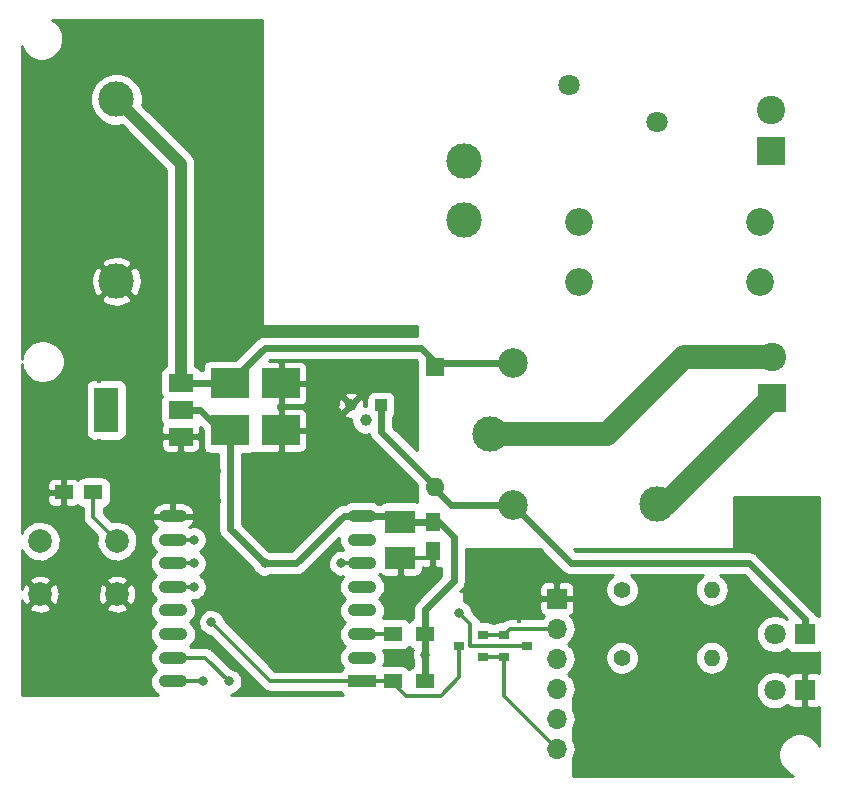
<source format=gtl>
G04 #@! TF.GenerationSoftware,KiCad,Pcbnew,(2017-11-08 revision cd21218)-HEAD*
G04 #@! TF.CreationDate,2018-02-21T13:37:35+02:00*
G04 #@! TF.ProjectId,heater_actuator_node,6865617465725F6163747561746F725F,rev?*
G04 #@! TF.SameCoordinates,Original*
G04 #@! TF.FileFunction,Copper,L1,Top,Signal*
G04 #@! TF.FilePolarity,Positive*
%FSLAX46Y46*%
G04 Gerber Fmt 4.6, Leading zero omitted, Abs format (unit mm)*
G04 Created by KiCad (PCBNEW (2017-11-08 revision cd21218)-HEAD) date Wed Feb 21 13:37:35 2018*
%MOMM*%
%LPD*%
G01*
G04 APERTURE LIST*
%ADD10C,0.400000*%
%ADD11C,1.400000*%
%ADD12O,1.400000X1.400000*%
%ADD13R,1.500000X1.250000*%
%ADD14R,1.250000X1.500000*%
%ADD15R,3.200000X2.500000*%
%ADD16O,1.600000X1.600000*%
%ADD17R,1.600000X1.600000*%
%ADD18C,1.800000*%
%ADD19R,1.800000X1.800000*%
%ADD20C,2.349500*%
%ADD21R,1.000000X1.000000*%
%ADD22C,1.000000*%
%ADD23R,1.500000X1.300000*%
%ADD24C,2.500000*%
%ADD25C,3.000000*%
%ADD26R,2.000000X1.500000*%
%ADD27R,2.000000X3.800000*%
%ADD28C,2.400000*%
%ADD29R,2.400000X2.400000*%
%ADD30R,2.500000X1.950000*%
%ADD31R,1.700000X1.700000*%
%ADD32O,1.700000X1.700000*%
%ADD33R,0.900000X0.800000*%
%ADD34C,2.000000*%
%ADD35O,2.400000X1.100000*%
%ADD36R,2.400000X1.100000*%
%ADD37C,0.800000*%
%ADD38C,0.350000*%
%ADD39C,0.600000*%
%ADD40C,1.000000*%
%ADD41C,2.000000*%
%ADD42C,0.254000*%
G04 APERTURE END LIST*
D10*
X179500000Y-87700000D03*
X180300000Y-86800000D03*
X179500000Y-85900000D03*
X179500000Y-91200000D03*
X179500000Y-89400000D03*
X180400000Y-90200000D03*
X178600000Y-90200000D03*
X169800000Y-100400000D03*
X170900000Y-99200000D03*
X168700000Y-99200000D03*
X169800000Y-98200000D03*
X175200000Y-94500000D03*
X172800000Y-96900000D03*
X177800000Y-91900000D03*
X176500000Y-93200000D03*
X174000000Y-95700000D03*
X171700000Y-98100000D03*
X157600000Y-93300000D03*
X171600000Y-87200000D03*
X170300000Y-88500000D03*
X169000000Y-89800000D03*
X167800000Y-91000000D03*
X166600000Y-92200000D03*
X173200000Y-86800000D03*
X178500000Y-86800000D03*
X175200000Y-86800000D03*
X177200000Y-86800000D03*
X156700000Y-93300000D03*
X155600000Y-94400000D03*
X154400000Y-93300000D03*
X155500000Y-92100000D03*
X165400000Y-93300000D03*
X163400000Y-93300000D03*
X161400000Y-93300000D03*
X159400000Y-93300000D03*
D11*
X166750000Y-106500000D03*
D12*
X174370000Y-106500000D03*
D11*
X166750000Y-112250000D03*
D12*
X174370000Y-112250000D03*
D13*
X122000000Y-98250000D03*
X119500000Y-98250000D03*
D14*
X150750000Y-100750000D03*
X150750000Y-103250000D03*
D15*
X133600000Y-93000000D03*
X137900000Y-93000000D03*
D16*
X150950000Y-97775000D03*
D17*
X150950000Y-87615000D03*
D18*
X179710000Y-115000000D03*
D19*
X182250000Y-115000000D03*
X182250000Y-110250000D03*
D18*
X179710000Y-110250000D03*
D20*
X163089360Y-80415000D03*
X163089360Y-75335000D03*
X178410640Y-80415000D03*
X178410640Y-75335000D03*
D21*
X146350000Y-90875000D03*
D22*
X143810000Y-90875000D03*
X145080000Y-92145000D03*
D23*
X150100000Y-110250000D03*
X147400000Y-110250000D03*
X150100000Y-114250000D03*
X147400000Y-114250000D03*
D24*
X157500000Y-99325000D03*
X157500000Y-87325000D03*
D25*
X155550000Y-93275000D03*
X169750000Y-99275000D03*
D26*
X129400000Y-93550000D03*
X129400000Y-88950000D03*
X129400000Y-91250000D03*
D27*
X123100000Y-91250000D03*
D25*
X153350000Y-75175000D03*
X153350000Y-70175000D03*
X123950000Y-80375000D03*
X123950000Y-64975000D03*
D18*
X162250000Y-63775000D03*
X169750000Y-66875000D03*
D28*
X179450000Y-86775000D03*
D29*
X179450000Y-90275000D03*
X179350000Y-69375000D03*
D28*
X179350000Y-65875000D03*
D15*
X133600000Y-89000000D03*
X137900000Y-89000000D03*
D30*
X148000000Y-100725000D03*
X148000000Y-103775000D03*
D31*
X161250000Y-107250000D03*
D32*
X161250000Y-109790000D03*
X161250000Y-112330000D03*
X161250000Y-114870000D03*
X161250000Y-117410000D03*
X161250000Y-119950000D03*
D33*
X155000000Y-112200000D03*
X155000000Y-110300000D03*
X153000000Y-111250000D03*
X156750000Y-110300000D03*
X156750000Y-112200000D03*
X158750000Y-111250000D03*
D34*
X117500000Y-106875000D03*
X117500000Y-102375000D03*
X124000000Y-106875000D03*
X124000000Y-102375000D03*
D35*
X128750000Y-114250000D03*
X128750000Y-112250000D03*
X128750000Y-110250000D03*
X128750000Y-108250000D03*
X128750000Y-106250000D03*
X128750000Y-104250000D03*
X128750000Y-102250000D03*
X128750000Y-100250000D03*
X144750000Y-100250000D03*
X144750000Y-102250000D03*
X144750000Y-104250000D03*
X144750000Y-106250000D03*
X144750000Y-108250000D03*
X144750000Y-110250000D03*
X144750000Y-112250000D03*
D36*
X144750000Y-114250000D03*
D10*
X119949286Y-60841500D03*
X122489286Y-60841500D03*
X125029286Y-60841500D03*
X127569286Y-60841500D03*
X130109286Y-60841500D03*
X132649286Y-60841500D03*
X135189286Y-60841500D03*
X117409286Y-63381500D03*
X119949286Y-63381500D03*
X127569286Y-63381500D03*
X130109286Y-63381500D03*
X132649286Y-63381500D03*
X135189286Y-63381500D03*
X117409286Y-65921500D03*
X119949286Y-65921500D03*
X127569286Y-65921500D03*
X130109286Y-65921500D03*
X132649286Y-65921500D03*
X135189286Y-65921500D03*
X117409286Y-68461500D03*
X119949286Y-68461500D03*
X122489286Y-68461500D03*
X125029286Y-68461500D03*
X130109286Y-68461500D03*
X132649286Y-68461500D03*
X135189286Y-68461500D03*
X117409286Y-71001500D03*
X119949286Y-71001500D03*
X122489286Y-71001500D03*
X125029286Y-71001500D03*
X127569286Y-71001500D03*
X132649286Y-71001500D03*
X135189286Y-71001500D03*
X117409286Y-73541500D03*
X119949286Y-73541500D03*
X122489286Y-73541500D03*
X125029286Y-73541500D03*
X127569286Y-73541500D03*
X132649286Y-73541500D03*
X135189286Y-73541500D03*
X117409286Y-76081500D03*
X119949286Y-76081500D03*
X122489286Y-76081500D03*
X125029286Y-76081500D03*
X127569286Y-76081500D03*
X132649286Y-76081500D03*
X135189286Y-76081500D03*
X117409286Y-78621500D03*
X119949286Y-78621500D03*
X122489286Y-78621500D03*
X127569286Y-78621500D03*
X132649286Y-78621500D03*
X135189286Y-78621500D03*
X117409286Y-81161500D03*
X119949286Y-81161500D03*
X127569286Y-81161500D03*
X132649286Y-81161500D03*
X135189286Y-81161500D03*
X117409286Y-83701500D03*
X119949286Y-83701500D03*
X122489286Y-83701500D03*
X125029286Y-83701500D03*
X127569286Y-83701500D03*
X132649286Y-83701500D03*
X135189286Y-83701500D03*
X119949286Y-86241500D03*
X122489286Y-86241500D03*
X125029286Y-86241500D03*
X127569286Y-86241500D03*
X132649286Y-86241500D03*
X119949286Y-88781500D03*
X122489286Y-88781500D03*
X125029286Y-88781500D03*
X127569286Y-88781500D03*
X140269286Y-88781500D03*
X142809286Y-88781500D03*
X145349286Y-88781500D03*
X147889286Y-88781500D03*
X117409286Y-91321500D03*
X119949286Y-91321500D03*
X125029286Y-91321500D03*
X127569286Y-91321500D03*
X140269286Y-91321500D03*
X142809286Y-91321500D03*
X117409286Y-93861500D03*
X119949286Y-93861500D03*
X122489286Y-93861500D03*
X125029286Y-93861500D03*
X127569286Y-93861500D03*
X140269286Y-93861500D03*
X145349286Y-93861500D03*
X117409286Y-96401500D03*
X119949286Y-96401500D03*
X122489286Y-96401500D03*
X125029286Y-96401500D03*
X127569286Y-96401500D03*
X130109286Y-96401500D03*
X132649286Y-96401500D03*
X135189286Y-96401500D03*
X137729286Y-96401500D03*
X140269286Y-96401500D03*
X142809286Y-96401500D03*
X145349286Y-96401500D03*
X147889286Y-96401500D03*
X117409286Y-98941500D03*
X125029286Y-98941500D03*
X127569286Y-98941500D03*
X130109286Y-98941500D03*
X132649286Y-98941500D03*
X135189286Y-98941500D03*
X137729286Y-98941500D03*
X140269286Y-98941500D03*
X142809286Y-98941500D03*
X145349286Y-98941500D03*
X147889286Y-98941500D03*
X119949286Y-101481500D03*
X137729286Y-101481500D03*
X140269286Y-101481500D03*
X178369286Y-101481500D03*
X180909286Y-101481500D03*
X183449286Y-101481500D03*
X119949286Y-104021500D03*
X122489286Y-104021500D03*
X155509286Y-104021500D03*
X180909286Y-104021500D03*
X183449286Y-104021500D03*
X119949286Y-106561500D03*
X122489286Y-106561500D03*
X137729286Y-106561500D03*
X140269286Y-106561500D03*
X142809286Y-106561500D03*
X155509286Y-106561500D03*
X158049286Y-106561500D03*
X170749286Y-106561500D03*
X183449286Y-106561500D03*
X117409286Y-109101500D03*
X119949286Y-109101500D03*
X122489286Y-109101500D03*
X125029286Y-109101500D03*
X155509286Y-109101500D03*
X158049286Y-109101500D03*
X163129286Y-109101500D03*
X165669286Y-109101500D03*
X168209286Y-109101500D03*
X170749286Y-109101500D03*
X173289286Y-109101500D03*
X175829286Y-109101500D03*
X117409286Y-111641500D03*
X119949286Y-111641500D03*
X122489286Y-111641500D03*
X125029286Y-111641500D03*
X132649286Y-111641500D03*
X137729286Y-111641500D03*
X140269286Y-111641500D03*
X142809286Y-111641500D03*
X147889286Y-111641500D03*
X168209286Y-111641500D03*
X170749286Y-111641500D03*
X178369286Y-111641500D03*
X117409286Y-114181500D03*
X119949286Y-114181500D03*
X122489286Y-114181500D03*
X125029286Y-114181500D03*
X163129286Y-114181500D03*
X165669286Y-114181500D03*
X168209286Y-114181500D03*
X170749286Y-114181500D03*
X173289286Y-114181500D03*
X175829286Y-114181500D03*
X163129286Y-116721500D03*
X165669286Y-116721500D03*
X168209286Y-116721500D03*
X170749286Y-116721500D03*
X173289286Y-116721500D03*
X175829286Y-116721500D03*
X178369286Y-116721500D03*
X163129286Y-119261500D03*
X165669286Y-119261500D03*
X168209286Y-119261500D03*
X170749286Y-119261500D03*
X173289286Y-119261500D03*
X175829286Y-119261500D03*
X178369286Y-119261500D03*
X183449286Y-119261500D03*
X163129286Y-121801500D03*
X165669286Y-121801500D03*
X168209286Y-121801500D03*
X170749286Y-121801500D03*
X173289286Y-121801500D03*
X175829286Y-121801500D03*
X178369286Y-121801500D03*
D37*
X148000000Y-105750000D03*
X150100000Y-112000000D03*
X136500000Y-104250000D03*
X143000000Y-104250000D03*
X132000000Y-109250000D03*
X131250000Y-114250000D03*
X133500000Y-114250000D03*
X153000000Y-108500000D03*
X130500000Y-106250000D03*
X130500000Y-104250000D03*
X130500000Y-102250000D03*
D38*
X148000000Y-103775000D02*
X150225000Y-103775000D01*
X150225000Y-103775000D02*
X150750000Y-103250000D01*
X148000000Y-103775000D02*
X148000000Y-105750000D01*
D39*
X129400000Y-91250000D02*
X131000000Y-91250000D01*
X132750000Y-93000000D02*
X133600000Y-93000000D01*
X131000000Y-91250000D02*
X132750000Y-93000000D01*
X152500000Y-105750000D02*
X152500000Y-102000000D01*
X150100000Y-108150000D02*
X152500000Y-105750000D01*
X152500000Y-102000000D02*
X151250000Y-100750000D01*
X150100000Y-110250000D02*
X150100000Y-108150000D01*
X151250000Y-100750000D02*
X150750000Y-100750000D01*
X150100000Y-112000000D02*
X150100000Y-110250000D01*
X150100000Y-114250000D02*
X150100000Y-112000000D01*
X144750000Y-100250000D02*
X143200000Y-100250000D01*
X143200000Y-100250000D02*
X139200000Y-104250000D01*
X139200000Y-104250000D02*
X136500000Y-104250000D01*
X133600000Y-93000000D02*
X133600000Y-101350000D01*
X133600000Y-101350000D02*
X136500000Y-104250000D01*
X148000000Y-100725000D02*
X150725000Y-100725000D01*
X150725000Y-100725000D02*
X150750000Y-100750000D01*
X144750000Y-100250000D02*
X147525000Y-100250000D01*
X147525000Y-100250000D02*
X148000000Y-100725000D01*
X150950000Y-97775000D02*
X150950000Y-97950000D01*
X150950000Y-97950000D02*
X152325000Y-99325000D01*
X152325000Y-99325000D02*
X157500000Y-99325000D01*
X146350000Y-90875000D02*
X146350000Y-93100000D01*
X150950000Y-97700000D02*
X150950000Y-97775000D01*
X146350000Y-93100000D02*
X150950000Y-97700000D01*
X157500000Y-99325000D02*
X162425000Y-104250000D01*
X177500000Y-104250000D02*
X182250000Y-109000000D01*
X162425000Y-104250000D02*
X177500000Y-104250000D01*
X182250000Y-109000000D02*
X182250000Y-110250000D01*
X136500000Y-86000000D02*
X133600000Y-88900000D01*
X149750000Y-86000000D02*
X136500000Y-86000000D01*
X133600000Y-88900000D02*
X133600000Y-89000000D01*
X150950000Y-87200000D02*
X149750000Y-86000000D01*
X150950000Y-87615000D02*
X150950000Y-87200000D01*
D40*
X123950000Y-64975000D02*
X129400000Y-70425000D01*
X129400000Y-70425000D02*
X129400000Y-88950000D01*
D39*
X129400000Y-88950000D02*
X133550000Y-88950000D01*
X133550000Y-88950000D02*
X133600000Y-89000000D01*
X157500000Y-87325000D02*
X151240000Y-87325000D01*
X151240000Y-87325000D02*
X150950000Y-87615000D01*
D38*
X144750000Y-104250000D02*
X143000000Y-104250000D01*
X177200000Y-86800000D02*
X179425000Y-86800000D01*
X179425000Y-86800000D02*
X179450000Y-86775000D01*
X173200000Y-86800000D02*
X175200000Y-86800000D01*
X171600000Y-87200000D02*
X172800000Y-87200000D01*
X172800000Y-87200000D02*
X173200000Y-86800000D01*
X170300000Y-88500000D02*
X171600000Y-87200000D01*
X167800000Y-91000000D02*
X169000000Y-89800000D01*
X167800000Y-91000000D02*
X166600000Y-92200000D01*
X165400000Y-93300000D02*
X165500000Y-93300000D01*
X165500000Y-93300000D02*
X166600000Y-92200000D01*
X155550000Y-93275000D02*
X157575000Y-93275000D01*
X157575000Y-93275000D02*
X157600000Y-93300000D01*
X159400000Y-93300000D02*
X157600000Y-93300000D01*
X163400000Y-93300000D02*
X161400000Y-93300000D01*
X159400000Y-93300000D02*
X161400000Y-93300000D01*
D41*
X155550000Y-93275000D02*
X165475000Y-93275000D01*
X171975000Y-86775000D02*
X179450000Y-86775000D01*
X165475000Y-93275000D02*
X171975000Y-86775000D01*
D38*
X171700000Y-98100000D02*
X170925000Y-98100000D01*
X170925000Y-98100000D02*
X169750000Y-99275000D01*
X177800000Y-91900000D02*
X177825000Y-91900000D01*
X177825000Y-91900000D02*
X179450000Y-90275000D01*
X176500000Y-93200000D02*
X177800000Y-91900000D01*
X174000000Y-95700000D02*
X175200000Y-94500000D01*
X172800000Y-96900000D02*
X174000000Y-95700000D01*
X171700000Y-98100000D02*
X171700000Y-98000000D01*
X171700000Y-98000000D02*
X172800000Y-96900000D01*
D41*
X169750000Y-99275000D02*
X170450000Y-99275000D01*
X170450000Y-99275000D02*
X179450000Y-90275000D01*
D38*
X148500000Y-115500000D02*
X147400000Y-114400000D01*
X153000000Y-113900000D02*
X151400000Y-115500000D01*
X151400000Y-115500000D02*
X148500000Y-115500000D01*
X153000000Y-111250000D02*
X153000000Y-113900000D01*
X147400000Y-114400000D02*
X147400000Y-114250000D01*
X122000000Y-98250000D02*
X122000000Y-100375000D01*
X122000000Y-100375000D02*
X124000000Y-102375000D01*
X152950000Y-111250000D02*
X153000000Y-111250000D01*
X137000000Y-114250000D02*
X132000000Y-109250000D01*
X144750000Y-114250000D02*
X137000000Y-114250000D01*
X147400000Y-114250000D02*
X144750000Y-114250000D01*
X161250000Y-109790000D02*
X157260000Y-109790000D01*
X157260000Y-109790000D02*
X156750000Y-110300000D01*
X155000000Y-110300000D02*
X156750000Y-110300000D01*
X131250000Y-114250000D02*
X128750000Y-114250000D01*
X133500000Y-114250000D02*
X131500000Y-112250000D01*
X131500000Y-112250000D02*
X128750000Y-112250000D01*
X161250000Y-119950000D02*
X156750000Y-115450000D01*
X156750000Y-115450000D02*
X156750000Y-112200000D01*
X156750000Y-112200000D02*
X155000000Y-112200000D01*
X153925001Y-109425001D02*
X153000000Y-108500000D01*
X153925001Y-111250000D02*
X153925001Y-109425001D01*
X158750000Y-111250000D02*
X153925001Y-111250000D01*
X130500000Y-106250000D02*
X128750000Y-106250000D01*
X147400000Y-110250000D02*
X144750000Y-110250000D01*
X130500000Y-104250000D02*
X128750000Y-104250000D01*
X130500000Y-102250000D02*
X128750000Y-102250000D01*
D42*
G36*
X161698801Y-104976199D02*
X161772118Y-105036421D01*
X161844779Y-105097392D01*
X161849515Y-105099995D01*
X161853685Y-105103421D01*
X161937286Y-105148248D01*
X162020422Y-105193952D01*
X162025567Y-105195584D01*
X162030328Y-105198137D01*
X162121032Y-105225868D01*
X162211475Y-105254558D01*
X162216846Y-105255160D01*
X162222006Y-105256738D01*
X162316352Y-105266322D01*
X162410661Y-105276900D01*
X162421214Y-105276974D01*
X162421415Y-105276994D01*
X162421602Y-105276976D01*
X162425000Y-105277000D01*
X166012735Y-105277000D01*
X165851510Y-105382503D01*
X165651565Y-105578304D01*
X165493459Y-105809211D01*
X165383215Y-106066430D01*
X165325031Y-106340164D01*
X165321124Y-106619986D01*
X165371642Y-106895238D01*
X165474661Y-107155435D01*
X165626258Y-107390667D01*
X165820658Y-107591974D01*
X166050456Y-107751687D01*
X166306899Y-107863725D01*
X166580220Y-107923818D01*
X166860008Y-107929679D01*
X167135605Y-107881084D01*
X167396516Y-107779883D01*
X167632800Y-107629933D01*
X167835459Y-107436943D01*
X167996773Y-107208266D01*
X168110598Y-106952611D01*
X168172598Y-106679716D01*
X168177062Y-106360075D01*
X168122705Y-106085556D01*
X168016063Y-105826822D01*
X167861197Y-105593730D01*
X167664005Y-105395157D01*
X167488830Y-105277000D01*
X173638142Y-105277000D01*
X173573405Y-105311421D01*
X173357582Y-105487443D01*
X173180058Y-105702032D01*
X173047596Y-105947015D01*
X172965241Y-106213062D01*
X172936130Y-106490038D01*
X172961371Y-106767393D01*
X173040004Y-107034564D01*
X173169032Y-107281373D01*
X173343542Y-107498420D01*
X173556887Y-107677437D01*
X173800940Y-107811606D01*
X174066405Y-107895817D01*
X174343171Y-107926861D01*
X174363095Y-107927000D01*
X174376905Y-107927000D01*
X174654077Y-107899823D01*
X174920692Y-107819327D01*
X175166595Y-107688579D01*
X175382418Y-107512557D01*
X175559942Y-107297968D01*
X175692404Y-107052985D01*
X175774759Y-106786938D01*
X175803870Y-106509962D01*
X175778629Y-106232607D01*
X175699996Y-105965436D01*
X175570968Y-105718627D01*
X175396458Y-105501580D01*
X175183113Y-105322563D01*
X175100234Y-105277000D01*
X177074602Y-105277000D01*
X180742302Y-108944699D01*
X180726981Y-108973362D01*
X180487585Y-108811887D01*
X180193445Y-108688242D01*
X179880891Y-108624084D01*
X179561827Y-108621856D01*
X179248408Y-108681644D01*
X178952570Y-108801171D01*
X178685583Y-108975882D01*
X178457615Y-109199125D01*
X178277351Y-109462394D01*
X178151655Y-109755664D01*
X178085317Y-110067763D01*
X178080862Y-110386803D01*
X178138460Y-110700632D01*
X178255918Y-110997297D01*
X178428762Y-111265497D01*
X178650407Y-111495018D01*
X178912412Y-111677116D01*
X179204797Y-111804856D01*
X179516425Y-111873372D01*
X179835426Y-111880054D01*
X180149649Y-111824648D01*
X180447127Y-111709264D01*
X180716528Y-111538297D01*
X180727585Y-111527768D01*
X180742597Y-111555853D01*
X180833446Y-111666554D01*
X180944147Y-111757403D01*
X181070443Y-111824910D01*
X181207483Y-111866480D01*
X181350000Y-111880517D01*
X183150000Y-111880517D01*
X183292517Y-111866480D01*
X183429557Y-111824910D01*
X183473000Y-111801689D01*
X183473000Y-113552114D01*
X183450785Y-113537270D01*
X183335223Y-113489403D01*
X183212542Y-113465000D01*
X182535750Y-113465000D01*
X182377000Y-113623750D01*
X182377000Y-114873000D01*
X182397000Y-114873000D01*
X182397000Y-115127000D01*
X182377000Y-115127000D01*
X182377000Y-116376250D01*
X182535750Y-116535000D01*
X183212542Y-116535000D01*
X183335223Y-116510597D01*
X183450785Y-116462730D01*
X183473000Y-116447886D01*
X183473000Y-119739406D01*
X183420951Y-119613125D01*
X183222674Y-119314695D01*
X182970208Y-119060461D01*
X182673170Y-118860106D01*
X182342873Y-118721262D01*
X181991898Y-118649217D01*
X181633613Y-118646716D01*
X181281666Y-118713853D01*
X180949463Y-118848072D01*
X180649656Y-119044260D01*
X180393665Y-119294945D01*
X180191241Y-119590577D01*
X180050094Y-119919897D01*
X179975601Y-120270361D01*
X179970599Y-120628619D01*
X180035277Y-120981026D01*
X180167174Y-121314159D01*
X180361264Y-121615328D01*
X180610156Y-121873062D01*
X180904368Y-122077545D01*
X181232694Y-122220988D01*
X181241845Y-122223000D01*
X162627000Y-122223000D01*
X162627000Y-120717221D01*
X162711408Y-120561112D01*
X162802420Y-120267100D01*
X162834592Y-119961009D01*
X162806697Y-119654500D01*
X162719799Y-119359245D01*
X162627000Y-119181738D01*
X162627000Y-118177221D01*
X162711408Y-118021112D01*
X162802420Y-117727100D01*
X162834592Y-117421009D01*
X162806697Y-117114500D01*
X162719799Y-116819245D01*
X162627000Y-116641738D01*
X162627000Y-115637221D01*
X162711408Y-115481112D01*
X162802420Y-115187100D01*
X162807706Y-115136803D01*
X178080862Y-115136803D01*
X178138460Y-115450632D01*
X178255918Y-115747297D01*
X178428762Y-116015497D01*
X178650407Y-116245018D01*
X178912412Y-116427116D01*
X179204797Y-116554856D01*
X179516425Y-116623372D01*
X179835426Y-116630054D01*
X180149649Y-116574648D01*
X180447127Y-116459264D01*
X180716528Y-116288297D01*
X180795496Y-116213096D01*
X180856763Y-116304789D01*
X180945211Y-116393237D01*
X181049215Y-116462730D01*
X181164777Y-116510597D01*
X181287458Y-116535000D01*
X181964250Y-116535000D01*
X182123000Y-116376250D01*
X182123000Y-115127000D01*
X182103000Y-115127000D01*
X182103000Y-114873000D01*
X182123000Y-114873000D01*
X182123000Y-113623750D01*
X181964250Y-113465000D01*
X181287458Y-113465000D01*
X181164777Y-113489403D01*
X181049215Y-113537270D01*
X180945211Y-113606763D01*
X180856763Y-113695211D01*
X180796655Y-113785169D01*
X180752107Y-113740309D01*
X180487585Y-113561887D01*
X180193445Y-113438242D01*
X179880891Y-113374084D01*
X179561827Y-113371856D01*
X179248408Y-113431644D01*
X178952570Y-113551171D01*
X178685583Y-113725882D01*
X178457615Y-113949125D01*
X178277351Y-114212394D01*
X178151655Y-114505664D01*
X178085317Y-114817763D01*
X178080862Y-115136803D01*
X162807706Y-115136803D01*
X162834592Y-114881009D01*
X162806697Y-114574500D01*
X162719799Y-114279245D01*
X162577207Y-114006493D01*
X162384353Y-113766631D01*
X162184743Y-113599138D01*
X162368838Y-113448993D01*
X162565022Y-113211847D01*
X162711408Y-112941112D01*
X162802420Y-112647100D01*
X162831546Y-112369986D01*
X165321124Y-112369986D01*
X165371642Y-112645238D01*
X165474661Y-112905435D01*
X165626258Y-113140667D01*
X165820658Y-113341974D01*
X166050456Y-113501687D01*
X166306899Y-113613725D01*
X166580220Y-113673818D01*
X166860008Y-113679679D01*
X167135605Y-113631084D01*
X167396516Y-113529883D01*
X167632800Y-113379933D01*
X167835459Y-113186943D01*
X167996773Y-112958266D01*
X168110598Y-112702611D01*
X168172598Y-112429716D01*
X168175246Y-112240038D01*
X172936130Y-112240038D01*
X172961371Y-112517393D01*
X173040004Y-112784564D01*
X173169032Y-113031373D01*
X173343542Y-113248420D01*
X173556887Y-113427437D01*
X173800940Y-113561606D01*
X174066405Y-113645817D01*
X174343171Y-113676861D01*
X174363095Y-113677000D01*
X174376905Y-113677000D01*
X174654077Y-113649823D01*
X174920692Y-113569327D01*
X175166595Y-113438579D01*
X175382418Y-113262557D01*
X175559942Y-113047968D01*
X175692404Y-112802985D01*
X175774759Y-112536938D01*
X175803870Y-112259962D01*
X175778629Y-111982607D01*
X175699996Y-111715436D01*
X175570968Y-111468627D01*
X175396458Y-111251580D01*
X175183113Y-111072563D01*
X174939060Y-110938394D01*
X174673595Y-110854183D01*
X174396829Y-110823139D01*
X174376905Y-110823000D01*
X174363095Y-110823000D01*
X174085923Y-110850177D01*
X173819308Y-110930673D01*
X173573405Y-111061421D01*
X173357582Y-111237443D01*
X173180058Y-111452032D01*
X173047596Y-111697015D01*
X172965241Y-111963062D01*
X172936130Y-112240038D01*
X168175246Y-112240038D01*
X168177062Y-112110075D01*
X168122705Y-111835556D01*
X168016063Y-111576822D01*
X167861197Y-111343730D01*
X167664005Y-111145157D01*
X167432000Y-110988668D01*
X167174017Y-110880222D01*
X166899884Y-110823950D01*
X166620041Y-110821996D01*
X166345149Y-110874435D01*
X166085677Y-110979268D01*
X165851510Y-111132503D01*
X165651565Y-111328304D01*
X165493459Y-111559211D01*
X165383215Y-111816430D01*
X165325031Y-112090164D01*
X165321124Y-112369986D01*
X162831546Y-112369986D01*
X162834592Y-112341009D01*
X162806697Y-112034500D01*
X162719799Y-111739245D01*
X162577207Y-111466493D01*
X162384353Y-111226631D01*
X162184743Y-111059138D01*
X162368838Y-110908993D01*
X162565022Y-110671847D01*
X162711408Y-110401112D01*
X162802420Y-110107100D01*
X162834592Y-109801009D01*
X162806697Y-109494500D01*
X162719799Y-109199245D01*
X162577207Y-108926493D01*
X162384353Y-108686631D01*
X162370713Y-108675186D01*
X162400785Y-108662730D01*
X162504789Y-108593237D01*
X162593237Y-108504789D01*
X162662730Y-108400785D01*
X162710597Y-108285223D01*
X162735000Y-108162542D01*
X162735000Y-107535750D01*
X162576250Y-107377000D01*
X161377000Y-107377000D01*
X161377000Y-107397000D01*
X161123000Y-107397000D01*
X161123000Y-107377000D01*
X159923750Y-107377000D01*
X159765000Y-107535750D01*
X159765000Y-108162542D01*
X159789403Y-108285223D01*
X159837270Y-108400785D01*
X159906763Y-108504789D01*
X159995211Y-108593237D01*
X160099215Y-108662730D01*
X160128109Y-108674698D01*
X159951650Y-108888000D01*
X157260000Y-108888000D01*
X157176999Y-108896138D01*
X157094076Y-108903393D01*
X157089527Y-108904715D01*
X157084801Y-108905178D01*
X157005004Y-108929270D01*
X156925027Y-108952505D01*
X156920815Y-108954688D01*
X156916275Y-108956059D01*
X156842712Y-108995173D01*
X156768736Y-109033519D01*
X156765029Y-109036478D01*
X156760841Y-109038705D01*
X156696258Y-109091378D01*
X156631157Y-109143347D01*
X156624560Y-109149853D01*
X156624420Y-109149967D01*
X156624313Y-109150096D01*
X156622190Y-109152190D01*
X156604897Y-109169483D01*
X156300000Y-109169483D01*
X156157483Y-109183520D01*
X156020443Y-109225090D01*
X155894147Y-109292597D01*
X155875000Y-109308310D01*
X155855853Y-109292597D01*
X155729557Y-109225090D01*
X155592517Y-109183520D01*
X155450000Y-109169483D01*
X154785579Y-109169483D01*
X154762495Y-109090028D01*
X154760314Y-109085820D01*
X154758942Y-109081276D01*
X154719820Y-109007698D01*
X154681482Y-108933736D01*
X154678521Y-108930027D01*
X154676296Y-108925842D01*
X154623641Y-108861281D01*
X154571654Y-108796158D01*
X154565148Y-108789561D01*
X154565034Y-108789421D01*
X154564905Y-108789314D01*
X154562811Y-108787191D01*
X154117650Y-108342030D01*
X154084119Y-108172685D01*
X153999897Y-107968346D01*
X153877588Y-107784257D01*
X153721853Y-107627430D01*
X153538622Y-107503839D01*
X153377000Y-107435900D01*
X153377000Y-106750000D01*
X153367333Y-106701399D01*
X153339803Y-106660197D01*
X153298601Y-106632667D01*
X153250000Y-106623000D01*
X153079397Y-106623000D01*
X153226199Y-106476198D01*
X153286423Y-106402880D01*
X153341319Y-106337458D01*
X159765000Y-106337458D01*
X159765000Y-106964250D01*
X159923750Y-107123000D01*
X161123000Y-107123000D01*
X161123000Y-105923750D01*
X161377000Y-105923750D01*
X161377000Y-107123000D01*
X162576250Y-107123000D01*
X162735000Y-106964250D01*
X162735000Y-106337458D01*
X162710597Y-106214777D01*
X162662730Y-106099215D01*
X162593237Y-105995211D01*
X162504789Y-105906763D01*
X162400785Y-105837270D01*
X162285223Y-105789403D01*
X162162542Y-105765000D01*
X161535750Y-105765000D01*
X161377000Y-105923750D01*
X161123000Y-105923750D01*
X160964250Y-105765000D01*
X160337458Y-105765000D01*
X160214777Y-105789403D01*
X160099215Y-105837270D01*
X159995211Y-105906763D01*
X159906763Y-105995211D01*
X159837270Y-106099215D01*
X159789403Y-106214777D01*
X159765000Y-106337458D01*
X153341319Y-106337458D01*
X153347392Y-106330221D01*
X153349993Y-106325489D01*
X153353422Y-106321315D01*
X153398259Y-106237693D01*
X153443952Y-106154578D01*
X153445585Y-106149431D01*
X153448137Y-106144671D01*
X153475876Y-106053941D01*
X153504558Y-105963525D01*
X153505160Y-105958159D01*
X153506739Y-105952994D01*
X153516327Y-105858599D01*
X153526900Y-105764339D01*
X153526974Y-105753786D01*
X153526994Y-105753585D01*
X153526976Y-105753398D01*
X153527000Y-105750000D01*
X153527000Y-103077000D01*
X159799602Y-103077000D01*
X161698801Y-104976199D01*
X161698801Y-104976199D01*
G37*
X161698801Y-104976199D02*
X161772118Y-105036421D01*
X161844779Y-105097392D01*
X161849515Y-105099995D01*
X161853685Y-105103421D01*
X161937286Y-105148248D01*
X162020422Y-105193952D01*
X162025567Y-105195584D01*
X162030328Y-105198137D01*
X162121032Y-105225868D01*
X162211475Y-105254558D01*
X162216846Y-105255160D01*
X162222006Y-105256738D01*
X162316352Y-105266322D01*
X162410661Y-105276900D01*
X162421214Y-105276974D01*
X162421415Y-105276994D01*
X162421602Y-105276976D01*
X162425000Y-105277000D01*
X166012735Y-105277000D01*
X165851510Y-105382503D01*
X165651565Y-105578304D01*
X165493459Y-105809211D01*
X165383215Y-106066430D01*
X165325031Y-106340164D01*
X165321124Y-106619986D01*
X165371642Y-106895238D01*
X165474661Y-107155435D01*
X165626258Y-107390667D01*
X165820658Y-107591974D01*
X166050456Y-107751687D01*
X166306899Y-107863725D01*
X166580220Y-107923818D01*
X166860008Y-107929679D01*
X167135605Y-107881084D01*
X167396516Y-107779883D01*
X167632800Y-107629933D01*
X167835459Y-107436943D01*
X167996773Y-107208266D01*
X168110598Y-106952611D01*
X168172598Y-106679716D01*
X168177062Y-106360075D01*
X168122705Y-106085556D01*
X168016063Y-105826822D01*
X167861197Y-105593730D01*
X167664005Y-105395157D01*
X167488830Y-105277000D01*
X173638142Y-105277000D01*
X173573405Y-105311421D01*
X173357582Y-105487443D01*
X173180058Y-105702032D01*
X173047596Y-105947015D01*
X172965241Y-106213062D01*
X172936130Y-106490038D01*
X172961371Y-106767393D01*
X173040004Y-107034564D01*
X173169032Y-107281373D01*
X173343542Y-107498420D01*
X173556887Y-107677437D01*
X173800940Y-107811606D01*
X174066405Y-107895817D01*
X174343171Y-107926861D01*
X174363095Y-107927000D01*
X174376905Y-107927000D01*
X174654077Y-107899823D01*
X174920692Y-107819327D01*
X175166595Y-107688579D01*
X175382418Y-107512557D01*
X175559942Y-107297968D01*
X175692404Y-107052985D01*
X175774759Y-106786938D01*
X175803870Y-106509962D01*
X175778629Y-106232607D01*
X175699996Y-105965436D01*
X175570968Y-105718627D01*
X175396458Y-105501580D01*
X175183113Y-105322563D01*
X175100234Y-105277000D01*
X177074602Y-105277000D01*
X180742302Y-108944699D01*
X180726981Y-108973362D01*
X180487585Y-108811887D01*
X180193445Y-108688242D01*
X179880891Y-108624084D01*
X179561827Y-108621856D01*
X179248408Y-108681644D01*
X178952570Y-108801171D01*
X178685583Y-108975882D01*
X178457615Y-109199125D01*
X178277351Y-109462394D01*
X178151655Y-109755664D01*
X178085317Y-110067763D01*
X178080862Y-110386803D01*
X178138460Y-110700632D01*
X178255918Y-110997297D01*
X178428762Y-111265497D01*
X178650407Y-111495018D01*
X178912412Y-111677116D01*
X179204797Y-111804856D01*
X179516425Y-111873372D01*
X179835426Y-111880054D01*
X180149649Y-111824648D01*
X180447127Y-111709264D01*
X180716528Y-111538297D01*
X180727585Y-111527768D01*
X180742597Y-111555853D01*
X180833446Y-111666554D01*
X180944147Y-111757403D01*
X181070443Y-111824910D01*
X181207483Y-111866480D01*
X181350000Y-111880517D01*
X183150000Y-111880517D01*
X183292517Y-111866480D01*
X183429557Y-111824910D01*
X183473000Y-111801689D01*
X183473000Y-113552114D01*
X183450785Y-113537270D01*
X183335223Y-113489403D01*
X183212542Y-113465000D01*
X182535750Y-113465000D01*
X182377000Y-113623750D01*
X182377000Y-114873000D01*
X182397000Y-114873000D01*
X182397000Y-115127000D01*
X182377000Y-115127000D01*
X182377000Y-116376250D01*
X182535750Y-116535000D01*
X183212542Y-116535000D01*
X183335223Y-116510597D01*
X183450785Y-116462730D01*
X183473000Y-116447886D01*
X183473000Y-119739406D01*
X183420951Y-119613125D01*
X183222674Y-119314695D01*
X182970208Y-119060461D01*
X182673170Y-118860106D01*
X182342873Y-118721262D01*
X181991898Y-118649217D01*
X181633613Y-118646716D01*
X181281666Y-118713853D01*
X180949463Y-118848072D01*
X180649656Y-119044260D01*
X180393665Y-119294945D01*
X180191241Y-119590577D01*
X180050094Y-119919897D01*
X179975601Y-120270361D01*
X179970599Y-120628619D01*
X180035277Y-120981026D01*
X180167174Y-121314159D01*
X180361264Y-121615328D01*
X180610156Y-121873062D01*
X180904368Y-122077545D01*
X181232694Y-122220988D01*
X181241845Y-122223000D01*
X162627000Y-122223000D01*
X162627000Y-120717221D01*
X162711408Y-120561112D01*
X162802420Y-120267100D01*
X162834592Y-119961009D01*
X162806697Y-119654500D01*
X162719799Y-119359245D01*
X162627000Y-119181738D01*
X162627000Y-118177221D01*
X162711408Y-118021112D01*
X162802420Y-117727100D01*
X162834592Y-117421009D01*
X162806697Y-117114500D01*
X162719799Y-116819245D01*
X162627000Y-116641738D01*
X162627000Y-115637221D01*
X162711408Y-115481112D01*
X162802420Y-115187100D01*
X162807706Y-115136803D01*
X178080862Y-115136803D01*
X178138460Y-115450632D01*
X178255918Y-115747297D01*
X178428762Y-116015497D01*
X178650407Y-116245018D01*
X178912412Y-116427116D01*
X179204797Y-116554856D01*
X179516425Y-116623372D01*
X179835426Y-116630054D01*
X180149649Y-116574648D01*
X180447127Y-116459264D01*
X180716528Y-116288297D01*
X180795496Y-116213096D01*
X180856763Y-116304789D01*
X180945211Y-116393237D01*
X181049215Y-116462730D01*
X181164777Y-116510597D01*
X181287458Y-116535000D01*
X181964250Y-116535000D01*
X182123000Y-116376250D01*
X182123000Y-115127000D01*
X182103000Y-115127000D01*
X182103000Y-114873000D01*
X182123000Y-114873000D01*
X182123000Y-113623750D01*
X181964250Y-113465000D01*
X181287458Y-113465000D01*
X181164777Y-113489403D01*
X181049215Y-113537270D01*
X180945211Y-113606763D01*
X180856763Y-113695211D01*
X180796655Y-113785169D01*
X180752107Y-113740309D01*
X180487585Y-113561887D01*
X180193445Y-113438242D01*
X179880891Y-113374084D01*
X179561827Y-113371856D01*
X179248408Y-113431644D01*
X178952570Y-113551171D01*
X178685583Y-113725882D01*
X178457615Y-113949125D01*
X178277351Y-114212394D01*
X178151655Y-114505664D01*
X178085317Y-114817763D01*
X178080862Y-115136803D01*
X162807706Y-115136803D01*
X162834592Y-114881009D01*
X162806697Y-114574500D01*
X162719799Y-114279245D01*
X162577207Y-114006493D01*
X162384353Y-113766631D01*
X162184743Y-113599138D01*
X162368838Y-113448993D01*
X162565022Y-113211847D01*
X162711408Y-112941112D01*
X162802420Y-112647100D01*
X162831546Y-112369986D01*
X165321124Y-112369986D01*
X165371642Y-112645238D01*
X165474661Y-112905435D01*
X165626258Y-113140667D01*
X165820658Y-113341974D01*
X166050456Y-113501687D01*
X166306899Y-113613725D01*
X166580220Y-113673818D01*
X166860008Y-113679679D01*
X167135605Y-113631084D01*
X167396516Y-113529883D01*
X167632800Y-113379933D01*
X167835459Y-113186943D01*
X167996773Y-112958266D01*
X168110598Y-112702611D01*
X168172598Y-112429716D01*
X168175246Y-112240038D01*
X172936130Y-112240038D01*
X172961371Y-112517393D01*
X173040004Y-112784564D01*
X173169032Y-113031373D01*
X173343542Y-113248420D01*
X173556887Y-113427437D01*
X173800940Y-113561606D01*
X174066405Y-113645817D01*
X174343171Y-113676861D01*
X174363095Y-113677000D01*
X174376905Y-113677000D01*
X174654077Y-113649823D01*
X174920692Y-113569327D01*
X175166595Y-113438579D01*
X175382418Y-113262557D01*
X175559942Y-113047968D01*
X175692404Y-112802985D01*
X175774759Y-112536938D01*
X175803870Y-112259962D01*
X175778629Y-111982607D01*
X175699996Y-111715436D01*
X175570968Y-111468627D01*
X175396458Y-111251580D01*
X175183113Y-111072563D01*
X174939060Y-110938394D01*
X174673595Y-110854183D01*
X174396829Y-110823139D01*
X174376905Y-110823000D01*
X174363095Y-110823000D01*
X174085923Y-110850177D01*
X173819308Y-110930673D01*
X173573405Y-111061421D01*
X173357582Y-111237443D01*
X173180058Y-111452032D01*
X173047596Y-111697015D01*
X172965241Y-111963062D01*
X172936130Y-112240038D01*
X168175246Y-112240038D01*
X168177062Y-112110075D01*
X168122705Y-111835556D01*
X168016063Y-111576822D01*
X167861197Y-111343730D01*
X167664005Y-111145157D01*
X167432000Y-110988668D01*
X167174017Y-110880222D01*
X166899884Y-110823950D01*
X166620041Y-110821996D01*
X166345149Y-110874435D01*
X166085677Y-110979268D01*
X165851510Y-111132503D01*
X165651565Y-111328304D01*
X165493459Y-111559211D01*
X165383215Y-111816430D01*
X165325031Y-112090164D01*
X165321124Y-112369986D01*
X162831546Y-112369986D01*
X162834592Y-112341009D01*
X162806697Y-112034500D01*
X162719799Y-111739245D01*
X162577207Y-111466493D01*
X162384353Y-111226631D01*
X162184743Y-111059138D01*
X162368838Y-110908993D01*
X162565022Y-110671847D01*
X162711408Y-110401112D01*
X162802420Y-110107100D01*
X162834592Y-109801009D01*
X162806697Y-109494500D01*
X162719799Y-109199245D01*
X162577207Y-108926493D01*
X162384353Y-108686631D01*
X162370713Y-108675186D01*
X162400785Y-108662730D01*
X162504789Y-108593237D01*
X162593237Y-108504789D01*
X162662730Y-108400785D01*
X162710597Y-108285223D01*
X162735000Y-108162542D01*
X162735000Y-107535750D01*
X162576250Y-107377000D01*
X161377000Y-107377000D01*
X161377000Y-107397000D01*
X161123000Y-107397000D01*
X161123000Y-107377000D01*
X159923750Y-107377000D01*
X159765000Y-107535750D01*
X159765000Y-108162542D01*
X159789403Y-108285223D01*
X159837270Y-108400785D01*
X159906763Y-108504789D01*
X159995211Y-108593237D01*
X160099215Y-108662730D01*
X160128109Y-108674698D01*
X159951650Y-108888000D01*
X157260000Y-108888000D01*
X157176999Y-108896138D01*
X157094076Y-108903393D01*
X157089527Y-108904715D01*
X157084801Y-108905178D01*
X157005004Y-108929270D01*
X156925027Y-108952505D01*
X156920815Y-108954688D01*
X156916275Y-108956059D01*
X156842712Y-108995173D01*
X156768736Y-109033519D01*
X156765029Y-109036478D01*
X156760841Y-109038705D01*
X156696258Y-109091378D01*
X156631157Y-109143347D01*
X156624560Y-109149853D01*
X156624420Y-109149967D01*
X156624313Y-109150096D01*
X156622190Y-109152190D01*
X156604897Y-109169483D01*
X156300000Y-109169483D01*
X156157483Y-109183520D01*
X156020443Y-109225090D01*
X155894147Y-109292597D01*
X155875000Y-109308310D01*
X155855853Y-109292597D01*
X155729557Y-109225090D01*
X155592517Y-109183520D01*
X155450000Y-109169483D01*
X154785579Y-109169483D01*
X154762495Y-109090028D01*
X154760314Y-109085820D01*
X154758942Y-109081276D01*
X154719820Y-109007698D01*
X154681482Y-108933736D01*
X154678521Y-108930027D01*
X154676296Y-108925842D01*
X154623641Y-108861281D01*
X154571654Y-108796158D01*
X154565148Y-108789561D01*
X154565034Y-108789421D01*
X154564905Y-108789314D01*
X154562811Y-108787191D01*
X154117650Y-108342030D01*
X154084119Y-108172685D01*
X153999897Y-107968346D01*
X153877588Y-107784257D01*
X153721853Y-107627430D01*
X153538622Y-107503839D01*
X153377000Y-107435900D01*
X153377000Y-106750000D01*
X153367333Y-106701399D01*
X153339803Y-106660197D01*
X153298601Y-106632667D01*
X153250000Y-106623000D01*
X153079397Y-106623000D01*
X153226199Y-106476198D01*
X153286423Y-106402880D01*
X153341319Y-106337458D01*
X159765000Y-106337458D01*
X159765000Y-106964250D01*
X159923750Y-107123000D01*
X161123000Y-107123000D01*
X161123000Y-105923750D01*
X161377000Y-105923750D01*
X161377000Y-107123000D01*
X162576250Y-107123000D01*
X162735000Y-106964250D01*
X162735000Y-106337458D01*
X162710597Y-106214777D01*
X162662730Y-106099215D01*
X162593237Y-105995211D01*
X162504789Y-105906763D01*
X162400785Y-105837270D01*
X162285223Y-105789403D01*
X162162542Y-105765000D01*
X161535750Y-105765000D01*
X161377000Y-105923750D01*
X161123000Y-105923750D01*
X160964250Y-105765000D01*
X160337458Y-105765000D01*
X160214777Y-105789403D01*
X160099215Y-105837270D01*
X159995211Y-105906763D01*
X159906763Y-105995211D01*
X159837270Y-106099215D01*
X159789403Y-106214777D01*
X159765000Y-106337458D01*
X153341319Y-106337458D01*
X153347392Y-106330221D01*
X153349993Y-106325489D01*
X153353422Y-106321315D01*
X153398259Y-106237693D01*
X153443952Y-106154578D01*
X153445585Y-106149431D01*
X153448137Y-106144671D01*
X153475876Y-106053941D01*
X153504558Y-105963525D01*
X153505160Y-105958159D01*
X153506739Y-105952994D01*
X153516327Y-105858599D01*
X153526900Y-105764339D01*
X153526974Y-105753786D01*
X153526994Y-105753585D01*
X153526976Y-105753398D01*
X153527000Y-105750000D01*
X153527000Y-103077000D01*
X159799602Y-103077000D01*
X161698801Y-104976199D01*
G36*
X136298685Y-84028997D02*
X136308275Y-84077413D01*
X136335739Y-84118658D01*
X136376896Y-84146255D01*
X136425481Y-84156000D01*
X149398009Y-84176797D01*
X149398065Y-84973000D01*
X136500000Y-84973000D01*
X136405578Y-84982258D01*
X136311081Y-84990525D01*
X136305893Y-84992032D01*
X136300521Y-84992559D01*
X136209679Y-85019986D01*
X136118605Y-85046446D01*
X136113815Y-85048929D01*
X136108641Y-85050491D01*
X136024881Y-85095027D01*
X135940655Y-85138685D01*
X135936431Y-85142057D01*
X135931667Y-85144590D01*
X135858198Y-85204510D01*
X135784011Y-85263733D01*
X135776494Y-85271146D01*
X135776341Y-85271271D01*
X135776224Y-85271413D01*
X135773801Y-85273802D01*
X134028119Y-87019483D01*
X132000000Y-87019483D01*
X131857483Y-87033520D01*
X131720443Y-87075090D01*
X131630810Y-87123000D01*
X131500000Y-87123000D01*
X131451399Y-87132667D01*
X131410197Y-87160197D01*
X131382667Y-87201399D01*
X131373000Y-87250000D01*
X131373000Y-87380810D01*
X131325090Y-87470443D01*
X131283520Y-87607483D01*
X131269483Y-87750000D01*
X131269483Y-87923000D01*
X131075686Y-87923000D01*
X131074910Y-87920443D01*
X131007403Y-87794147D01*
X130916554Y-87683446D01*
X130805853Y-87592597D01*
X130679557Y-87525090D01*
X130627000Y-87509147D01*
X130627000Y-70425000D01*
X130615942Y-70312224D01*
X130606062Y-70199292D01*
X130604262Y-70193095D01*
X130603632Y-70186674D01*
X130570872Y-70078168D01*
X130539252Y-69969332D01*
X130536283Y-69963604D01*
X130534418Y-69957427D01*
X130481220Y-69857377D01*
X130429049Y-69756728D01*
X130425021Y-69751683D01*
X130421994Y-69745989D01*
X130350371Y-69658170D01*
X130279649Y-69569579D01*
X130270793Y-69560597D01*
X130270643Y-69560414D01*
X130270473Y-69560274D01*
X130267620Y-69557380D01*
X126132285Y-65422045D01*
X126170130Y-65255468D01*
X126177096Y-64756631D01*
X126092267Y-64328212D01*
X125925839Y-63924428D01*
X125684152Y-63560660D01*
X125376412Y-63250764D01*
X125014340Y-63006544D01*
X124611728Y-62837301D01*
X124183911Y-62749483D01*
X123747185Y-62746434D01*
X123318183Y-62828270D01*
X122913247Y-62991875D01*
X122547801Y-63231016D01*
X122235764Y-63536585D01*
X121989022Y-63896943D01*
X121816973Y-64298364D01*
X121726170Y-64725557D01*
X121720072Y-65162252D01*
X121798912Y-65591815D01*
X121959685Y-65997883D01*
X122196270Y-66364990D01*
X122499653Y-66679152D01*
X122858279Y-66928404D01*
X123258489Y-67103251D01*
X123685038Y-67197034D01*
X124121680Y-67206181D01*
X124397335Y-67157575D01*
X128173000Y-70933240D01*
X128173000Y-87509147D01*
X128120443Y-87525090D01*
X127994147Y-87592597D01*
X127883446Y-87683446D01*
X127792597Y-87794147D01*
X127725090Y-87920443D01*
X127683520Y-88057483D01*
X127669483Y-88200000D01*
X127669483Y-89700000D01*
X127683520Y-89842517D01*
X127725090Y-89979557D01*
X127789468Y-90100000D01*
X127725090Y-90220443D01*
X127683520Y-90357483D01*
X127669483Y-90500000D01*
X127669483Y-92000000D01*
X127683520Y-92142517D01*
X127725090Y-92279557D01*
X127792597Y-92405853D01*
X127851607Y-92477758D01*
X127837270Y-92499215D01*
X127789403Y-92614777D01*
X127765000Y-92737458D01*
X127765000Y-93264250D01*
X127923750Y-93423000D01*
X129273000Y-93423000D01*
X129273000Y-93403000D01*
X129527000Y-93403000D01*
X129527000Y-93423000D01*
X130876250Y-93423000D01*
X131035000Y-93264250D01*
X131035000Y-92737458D01*
X131034985Y-92737383D01*
X131269483Y-92971880D01*
X131269483Y-94250000D01*
X131283520Y-94392517D01*
X131325090Y-94529557D01*
X131373000Y-94619190D01*
X131373000Y-94750000D01*
X131382667Y-94798601D01*
X131410197Y-94839803D01*
X131451399Y-94867333D01*
X131500000Y-94877000D01*
X131630810Y-94877000D01*
X131720443Y-94924910D01*
X131857483Y-94966480D01*
X132000000Y-94980517D01*
X132573000Y-94980517D01*
X132573000Y-101350000D01*
X132582259Y-101444426D01*
X132590525Y-101538918D01*
X132592032Y-101544106D01*
X132592559Y-101549479D01*
X132619975Y-101640287D01*
X132646445Y-101731395D01*
X132648930Y-101736190D01*
X132650491Y-101741359D01*
X132695008Y-101825084D01*
X132738685Y-101909345D01*
X132742057Y-101913569D01*
X132744590Y-101918333D01*
X132804510Y-101991802D01*
X132863733Y-102065989D01*
X132871150Y-102073510D01*
X132871271Y-102073659D01*
X132871408Y-102073773D01*
X132873801Y-102076199D01*
X135445281Y-104647678D01*
X135492778Y-104767642D01*
X135612504Y-104953421D01*
X135766035Y-105112406D01*
X135947522Y-105238543D01*
X136150053Y-105327027D01*
X136365913Y-105374487D01*
X136586881Y-105379115D01*
X136804539Y-105340736D01*
X136968860Y-105277000D01*
X139200000Y-105277000D01*
X139294426Y-105267741D01*
X139388918Y-105259475D01*
X139394106Y-105257968D01*
X139399479Y-105257441D01*
X139490287Y-105230025D01*
X139581395Y-105203555D01*
X139586190Y-105201070D01*
X139591359Y-105199509D01*
X139675084Y-105154992D01*
X139759345Y-105111315D01*
X139763569Y-105107943D01*
X139768333Y-105105410D01*
X139841802Y-105045490D01*
X139915989Y-104986267D01*
X139923510Y-104978850D01*
X139923659Y-104978729D01*
X139923773Y-104978592D01*
X139926199Y-104976199D01*
X142831605Y-102070792D01*
X142813707Y-102241085D01*
X142836295Y-102489286D01*
X142906662Y-102728373D01*
X143022128Y-102949238D01*
X143171150Y-103134584D01*
X143118374Y-103123751D01*
X142897363Y-103122208D01*
X142680262Y-103163622D01*
X142475339Y-103246416D01*
X142290401Y-103367436D01*
X142132491Y-103522073D01*
X142007624Y-103704437D01*
X141920556Y-103907580D01*
X141874605Y-104123767D01*
X141871519Y-104344761D01*
X141911416Y-104562146D01*
X141992778Y-104767642D01*
X142112504Y-104953421D01*
X142266035Y-105112406D01*
X142447522Y-105238543D01*
X142650053Y-105327027D01*
X142865913Y-105374487D01*
X143086881Y-105379115D01*
X143174487Y-105363668D01*
X143031995Y-105535911D01*
X142913457Y-105755143D01*
X142839758Y-105993223D01*
X142813707Y-106241085D01*
X142836295Y-106489286D01*
X142906662Y-106728373D01*
X143022128Y-106949238D01*
X143178294Y-107143470D01*
X143305603Y-107250295D01*
X143190858Y-107343878D01*
X143031995Y-107535911D01*
X142913457Y-107755143D01*
X142839758Y-107993223D01*
X142813707Y-108241085D01*
X142836295Y-108489286D01*
X142906662Y-108728373D01*
X143022128Y-108949238D01*
X143178294Y-109143470D01*
X143305603Y-109250295D01*
X143190858Y-109343878D01*
X143031995Y-109535911D01*
X142913457Y-109755143D01*
X142839758Y-109993223D01*
X142813707Y-110241085D01*
X142836295Y-110489286D01*
X142906662Y-110728373D01*
X143022128Y-110949238D01*
X143178294Y-111143470D01*
X143305603Y-111250295D01*
X143190858Y-111343878D01*
X143031995Y-111535911D01*
X142913457Y-111755143D01*
X142839758Y-111993223D01*
X142813707Y-112241085D01*
X142836295Y-112489286D01*
X142906662Y-112728373D01*
X143022128Y-112949238D01*
X143140077Y-113095937D01*
X143033446Y-113183446D01*
X142942597Y-113294147D01*
X142913812Y-113348000D01*
X137373620Y-113348000D01*
X133117650Y-109092030D01*
X133084119Y-108922685D01*
X132999897Y-108718346D01*
X132877588Y-108534257D01*
X132721853Y-108377430D01*
X132538622Y-108253839D01*
X132334875Y-108168192D01*
X132118374Y-108123751D01*
X131897363Y-108122208D01*
X131680262Y-108163622D01*
X131475339Y-108246416D01*
X131290401Y-108367436D01*
X131132491Y-108522073D01*
X131007624Y-108704437D01*
X130920556Y-108907580D01*
X130874605Y-109123767D01*
X130871519Y-109344761D01*
X130911416Y-109562146D01*
X130992778Y-109767642D01*
X131112504Y-109953421D01*
X131266035Y-110112406D01*
X131447522Y-110238543D01*
X131650053Y-110327027D01*
X131844063Y-110369683D01*
X136362190Y-114887810D01*
X136426598Y-114940716D01*
X136490400Y-114994252D01*
X136494553Y-114996535D01*
X136498221Y-114999548D01*
X136571696Y-115038945D01*
X136644664Y-115079060D01*
X136649182Y-115080493D01*
X136653365Y-115082736D01*
X136733097Y-115107113D01*
X136812464Y-115132289D01*
X136817174Y-115132817D01*
X136821713Y-115134205D01*
X136904661Y-115142631D01*
X136987406Y-115151912D01*
X136996671Y-115151977D01*
X136996851Y-115151995D01*
X136997018Y-115151979D01*
X137000000Y-115152000D01*
X142913812Y-115152000D01*
X142942597Y-115205853D01*
X143033446Y-115316554D01*
X143102226Y-115373000D01*
X133621561Y-115373000D01*
X133804539Y-115340736D01*
X134010598Y-115260811D01*
X134197208Y-115142385D01*
X134357261Y-114989968D01*
X134484662Y-114809366D01*
X134574557Y-114607458D01*
X134623523Y-114391934D01*
X134627048Y-114139492D01*
X134584119Y-113922685D01*
X134499897Y-113718346D01*
X134377588Y-113534257D01*
X134221853Y-113377430D01*
X134038622Y-113253839D01*
X133834875Y-113168192D01*
X133657377Y-113131757D01*
X132137810Y-111612190D01*
X132073402Y-111559284D01*
X132009600Y-111505748D01*
X132005447Y-111503465D01*
X132001779Y-111500452D01*
X131928304Y-111461055D01*
X131855336Y-111420940D01*
X131850818Y-111419507D01*
X131846635Y-111417264D01*
X131766903Y-111392887D01*
X131687536Y-111367711D01*
X131682826Y-111367183D01*
X131678287Y-111365795D01*
X131595339Y-111357369D01*
X131512594Y-111348088D01*
X131503329Y-111348023D01*
X131503149Y-111348005D01*
X131502982Y-111348021D01*
X131500000Y-111348000D01*
X130311540Y-111348000D01*
X130194397Y-111249705D01*
X130309142Y-111156122D01*
X130468005Y-110964089D01*
X130586543Y-110744857D01*
X130660242Y-110506777D01*
X130686293Y-110258915D01*
X130663705Y-110010714D01*
X130593338Y-109771627D01*
X130477872Y-109550762D01*
X130321706Y-109356530D01*
X130194397Y-109249705D01*
X130309142Y-109156122D01*
X130468005Y-108964089D01*
X130586543Y-108744857D01*
X130660242Y-108506777D01*
X130686293Y-108258915D01*
X130663705Y-108010714D01*
X130593338Y-107771627D01*
X130477872Y-107550762D01*
X130329751Y-107366536D01*
X130365913Y-107374487D01*
X130586881Y-107379115D01*
X130804539Y-107340736D01*
X131010598Y-107260811D01*
X131197208Y-107142385D01*
X131357261Y-106989968D01*
X131484662Y-106809366D01*
X131574557Y-106607458D01*
X131623523Y-106391934D01*
X131627048Y-106139492D01*
X131584119Y-105922685D01*
X131499897Y-105718346D01*
X131377588Y-105534257D01*
X131221853Y-105377430D01*
X131038622Y-105253839D01*
X131028373Y-105249531D01*
X131197208Y-105142385D01*
X131357261Y-104989968D01*
X131484662Y-104809366D01*
X131574557Y-104607458D01*
X131623523Y-104391934D01*
X131627048Y-104139492D01*
X131584119Y-103922685D01*
X131499897Y-103718346D01*
X131377588Y-103534257D01*
X131221853Y-103377430D01*
X131038622Y-103253839D01*
X131028373Y-103249531D01*
X131197208Y-103142385D01*
X131357261Y-102989968D01*
X131484662Y-102809366D01*
X131574557Y-102607458D01*
X131623523Y-102391934D01*
X131627048Y-102139492D01*
X131584119Y-101922685D01*
X131499897Y-101718346D01*
X131377588Y-101534257D01*
X131221853Y-101377430D01*
X131038622Y-101253839D01*
X130834875Y-101168192D01*
X130618374Y-101123751D01*
X130397363Y-101122208D01*
X130180262Y-101163622D01*
X130144142Y-101178215D01*
X130163948Y-101164734D01*
X130327725Y-100998119D01*
X130455850Y-100802754D01*
X130543399Y-100586147D01*
X130543803Y-100559744D01*
X130418361Y-100377000D01*
X128877000Y-100377000D01*
X128877000Y-100397000D01*
X128623000Y-100397000D01*
X128623000Y-100377000D01*
X127081639Y-100377000D01*
X126956197Y-100559744D01*
X126956601Y-100586147D01*
X127044150Y-100802754D01*
X127172275Y-100998119D01*
X127336052Y-101164734D01*
X127376638Y-101192360D01*
X127190858Y-101343878D01*
X127031995Y-101535911D01*
X126913457Y-101755143D01*
X126839758Y-101993223D01*
X126813707Y-102241085D01*
X126836295Y-102489286D01*
X126906662Y-102728373D01*
X127022128Y-102949238D01*
X127178294Y-103143470D01*
X127305603Y-103250295D01*
X127190858Y-103343878D01*
X127031995Y-103535911D01*
X126913457Y-103755143D01*
X126839758Y-103993223D01*
X126813707Y-104241085D01*
X126836295Y-104489286D01*
X126906662Y-104728373D01*
X127022128Y-104949238D01*
X127178294Y-105143470D01*
X127305603Y-105250295D01*
X127190858Y-105343878D01*
X127031995Y-105535911D01*
X126913457Y-105755143D01*
X126839758Y-105993223D01*
X126813707Y-106241085D01*
X126836295Y-106489286D01*
X126906662Y-106728373D01*
X127022128Y-106949238D01*
X127178294Y-107143470D01*
X127305603Y-107250295D01*
X127190858Y-107343878D01*
X127031995Y-107535911D01*
X126913457Y-107755143D01*
X126839758Y-107993223D01*
X126813707Y-108241085D01*
X126836295Y-108489286D01*
X126906662Y-108728373D01*
X127022128Y-108949238D01*
X127178294Y-109143470D01*
X127305603Y-109250295D01*
X127190858Y-109343878D01*
X127031995Y-109535911D01*
X126913457Y-109755143D01*
X126839758Y-109993223D01*
X126813707Y-110241085D01*
X126836295Y-110489286D01*
X126906662Y-110728373D01*
X127022128Y-110949238D01*
X127178294Y-111143470D01*
X127305603Y-111250295D01*
X127190858Y-111343878D01*
X127031995Y-111535911D01*
X126913457Y-111755143D01*
X126839758Y-111993223D01*
X126813707Y-112241085D01*
X126836295Y-112489286D01*
X126906662Y-112728373D01*
X127022128Y-112949238D01*
X127178294Y-113143470D01*
X127305603Y-113250295D01*
X127190858Y-113343878D01*
X127031995Y-113535911D01*
X126913457Y-113755143D01*
X126839758Y-113993223D01*
X126813707Y-114241085D01*
X126836295Y-114489286D01*
X126906662Y-114728373D01*
X127022128Y-114949238D01*
X127178294Y-115143470D01*
X127369213Y-115303670D01*
X127495324Y-115373000D01*
X115927000Y-115373000D01*
X115927000Y-108010413D01*
X116544192Y-108010413D01*
X116639956Y-108274814D01*
X116929571Y-108415704D01*
X117241108Y-108497384D01*
X117562595Y-108516718D01*
X117881675Y-108472961D01*
X118186088Y-108367795D01*
X118360044Y-108274814D01*
X118455808Y-108010413D01*
X123044192Y-108010413D01*
X123139956Y-108274814D01*
X123429571Y-108415704D01*
X123741108Y-108497384D01*
X124062595Y-108516718D01*
X124381675Y-108472961D01*
X124686088Y-108367795D01*
X124860044Y-108274814D01*
X124955808Y-108010413D01*
X124000000Y-107054605D01*
X123044192Y-108010413D01*
X118455808Y-108010413D01*
X117500000Y-107054605D01*
X116544192Y-108010413D01*
X115927000Y-108010413D01*
X115927000Y-107328927D01*
X116007205Y-107561088D01*
X116100186Y-107735044D01*
X116364587Y-107830808D01*
X117320395Y-106875000D01*
X117679605Y-106875000D01*
X118635413Y-107830808D01*
X118899814Y-107735044D01*
X119040704Y-107445429D01*
X119122384Y-107133892D01*
X119134189Y-106937595D01*
X122358282Y-106937595D01*
X122402039Y-107256675D01*
X122507205Y-107561088D01*
X122600186Y-107735044D01*
X122864587Y-107830808D01*
X123820395Y-106875000D01*
X124179605Y-106875000D01*
X125135413Y-107830808D01*
X125399814Y-107735044D01*
X125540704Y-107445429D01*
X125622384Y-107133892D01*
X125641718Y-106812405D01*
X125597961Y-106493325D01*
X125492795Y-106188912D01*
X125399814Y-106014956D01*
X125135413Y-105919192D01*
X124179605Y-106875000D01*
X123820395Y-106875000D01*
X122864587Y-105919192D01*
X122600186Y-106014956D01*
X122459296Y-106304571D01*
X122377616Y-106616108D01*
X122358282Y-106937595D01*
X119134189Y-106937595D01*
X119141718Y-106812405D01*
X119097961Y-106493325D01*
X118992795Y-106188912D01*
X118899814Y-106014956D01*
X118635413Y-105919192D01*
X117679605Y-106875000D01*
X117320395Y-106875000D01*
X116364587Y-105919192D01*
X116100186Y-106014956D01*
X115959296Y-106304571D01*
X115927000Y-106427752D01*
X115927000Y-105739587D01*
X116544192Y-105739587D01*
X117500000Y-106695395D01*
X118455808Y-105739587D01*
X123044192Y-105739587D01*
X124000000Y-106695395D01*
X124955808Y-105739587D01*
X124860044Y-105475186D01*
X124570429Y-105334296D01*
X124258892Y-105252616D01*
X123937405Y-105233282D01*
X123618325Y-105277039D01*
X123313912Y-105382205D01*
X123139956Y-105475186D01*
X123044192Y-105739587D01*
X118455808Y-105739587D01*
X118360044Y-105475186D01*
X118070429Y-105334296D01*
X117758892Y-105252616D01*
X117437405Y-105233282D01*
X117118325Y-105277039D01*
X116813912Y-105382205D01*
X116639956Y-105475186D01*
X116544192Y-105739587D01*
X115927000Y-105739587D01*
X115927000Y-103093603D01*
X115956546Y-103168228D01*
X116140013Y-103452913D01*
X116375281Y-103696540D01*
X116653390Y-103889831D01*
X116963746Y-104025422D01*
X117294527Y-104098149D01*
X117633135Y-104105241D01*
X117966672Y-104046430D01*
X118282433Y-103923954D01*
X118568392Y-103742479D01*
X118813656Y-103508917D01*
X119008883Y-103232165D01*
X119146638Y-102922763D01*
X119221672Y-102592498D01*
X119227074Y-102205659D01*
X119161290Y-101873427D01*
X119032228Y-101560300D01*
X118844805Y-101278204D01*
X118606158Y-101037885D01*
X118325377Y-100848497D01*
X118013159Y-100717252D01*
X117681394Y-100649150D01*
X117342720Y-100646786D01*
X117010037Y-100710249D01*
X116696016Y-100837121D01*
X116412619Y-101022571D01*
X116170640Y-101259535D01*
X115979296Y-101538986D01*
X115927000Y-101661002D01*
X115927000Y-98535750D01*
X118115000Y-98535750D01*
X118115000Y-98937542D01*
X118139403Y-99060223D01*
X118187270Y-99175785D01*
X118256763Y-99279789D01*
X118345211Y-99368237D01*
X118449215Y-99437730D01*
X118564777Y-99485597D01*
X118687458Y-99510000D01*
X119214250Y-99510000D01*
X119373000Y-99351250D01*
X119373000Y-98377000D01*
X118273750Y-98377000D01*
X118115000Y-98535750D01*
X115927000Y-98535750D01*
X115927000Y-97562458D01*
X118115000Y-97562458D01*
X118115000Y-97964250D01*
X118273750Y-98123000D01*
X119373000Y-98123000D01*
X119373000Y-97148750D01*
X119627000Y-97148750D01*
X119627000Y-98123000D01*
X119647000Y-98123000D01*
X119647000Y-98377000D01*
X119627000Y-98377000D01*
X119627000Y-99351250D01*
X119785750Y-99510000D01*
X120312542Y-99510000D01*
X120435223Y-99485597D01*
X120550785Y-99437730D01*
X120654789Y-99368237D01*
X120687481Y-99335545D01*
X120733446Y-99391554D01*
X120844147Y-99482403D01*
X120970443Y-99549910D01*
X121098000Y-99588603D01*
X121098000Y-100375000D01*
X121106138Y-100458001D01*
X121113393Y-100540924D01*
X121114715Y-100545473D01*
X121115178Y-100550199D01*
X121139284Y-100630042D01*
X121162506Y-100709973D01*
X121164687Y-100714181D01*
X121166059Y-100718725D01*
X121205181Y-100792303D01*
X121243519Y-100866265D01*
X121246480Y-100869974D01*
X121248705Y-100874159D01*
X121301360Y-100938720D01*
X121353347Y-101003843D01*
X121359853Y-101010440D01*
X121359967Y-101010580D01*
X121360096Y-101010687D01*
X121362190Y-101012810D01*
X122320244Y-101970864D01*
X122275459Y-102181562D01*
X122270730Y-102520211D01*
X122331869Y-102853329D01*
X122456546Y-103168228D01*
X122640013Y-103452913D01*
X122875281Y-103696540D01*
X123153390Y-103889831D01*
X123463746Y-104025422D01*
X123794527Y-104098149D01*
X124133135Y-104105241D01*
X124466672Y-104046430D01*
X124782433Y-103923954D01*
X125068392Y-103742479D01*
X125313656Y-103508917D01*
X125508883Y-103232165D01*
X125646638Y-102922763D01*
X125721672Y-102592498D01*
X125727074Y-102205659D01*
X125661290Y-101873427D01*
X125532228Y-101560300D01*
X125344805Y-101278204D01*
X125106158Y-101037885D01*
X124825377Y-100848497D01*
X124513159Y-100717252D01*
X124181394Y-100649150D01*
X123842720Y-100646786D01*
X123594716Y-100694096D01*
X122902000Y-100001380D01*
X122902000Y-99940256D01*
X126956197Y-99940256D01*
X127081639Y-100123000D01*
X128623000Y-100123000D01*
X128623000Y-99065000D01*
X128877000Y-99065000D01*
X128877000Y-100123000D01*
X130418361Y-100123000D01*
X130543803Y-99940256D01*
X130543399Y-99913853D01*
X130455850Y-99697246D01*
X130327725Y-99501881D01*
X130163948Y-99335266D01*
X129970813Y-99203804D01*
X129755742Y-99112546D01*
X129527000Y-99065000D01*
X128877000Y-99065000D01*
X128623000Y-99065000D01*
X127973000Y-99065000D01*
X127744258Y-99112546D01*
X127529187Y-99203804D01*
X127336052Y-99335266D01*
X127172275Y-99501881D01*
X127044150Y-99697246D01*
X126956601Y-99913853D01*
X126956197Y-99940256D01*
X122902000Y-99940256D01*
X122902000Y-99588603D01*
X123029557Y-99549910D01*
X123155853Y-99482403D01*
X123266554Y-99391554D01*
X123357403Y-99280853D01*
X123424910Y-99154557D01*
X123466480Y-99017517D01*
X123480517Y-98875000D01*
X123480517Y-97625000D01*
X123466480Y-97482483D01*
X123424910Y-97345443D01*
X123357403Y-97219147D01*
X123266554Y-97108446D01*
X123155853Y-97017597D01*
X123029557Y-96950090D01*
X122892517Y-96908520D01*
X122750000Y-96894483D01*
X121250000Y-96894483D01*
X121107483Y-96908520D01*
X120970443Y-96950090D01*
X120844147Y-97017597D01*
X120733446Y-97108446D01*
X120687481Y-97164455D01*
X120654789Y-97131763D01*
X120550785Y-97062270D01*
X120435223Y-97014403D01*
X120312542Y-96990000D01*
X119785750Y-96990000D01*
X119627000Y-97148750D01*
X119373000Y-97148750D01*
X119214250Y-96990000D01*
X118687458Y-96990000D01*
X118564777Y-97014403D01*
X118449215Y-97062270D01*
X118345211Y-97131763D01*
X118256763Y-97220211D01*
X118187270Y-97324215D01*
X118139403Y-97439777D01*
X118115000Y-97562458D01*
X115927000Y-97562458D01*
X115927000Y-89350000D01*
X121369483Y-89350000D01*
X121369483Y-93150000D01*
X121383520Y-93292517D01*
X121425090Y-93429557D01*
X121492597Y-93555853D01*
X121583446Y-93666554D01*
X121694147Y-93757403D01*
X121820443Y-93824910D01*
X121957483Y-93866480D01*
X122100000Y-93880517D01*
X124100000Y-93880517D01*
X124242517Y-93866480D01*
X124343821Y-93835750D01*
X127765000Y-93835750D01*
X127765000Y-94362542D01*
X127789403Y-94485223D01*
X127837270Y-94600785D01*
X127906763Y-94704789D01*
X127995211Y-94793237D01*
X128099215Y-94862730D01*
X128214777Y-94910597D01*
X128337458Y-94935000D01*
X129114250Y-94935000D01*
X129273000Y-94776250D01*
X129273000Y-93677000D01*
X129527000Y-93677000D01*
X129527000Y-94776250D01*
X129685750Y-94935000D01*
X130462542Y-94935000D01*
X130585223Y-94910597D01*
X130700785Y-94862730D01*
X130804789Y-94793237D01*
X130893237Y-94704789D01*
X130962730Y-94600785D01*
X131010597Y-94485223D01*
X131035000Y-94362542D01*
X131035000Y-93835750D01*
X130876250Y-93677000D01*
X129527000Y-93677000D01*
X129273000Y-93677000D01*
X127923750Y-93677000D01*
X127765000Y-93835750D01*
X124343821Y-93835750D01*
X124379557Y-93824910D01*
X124505853Y-93757403D01*
X124616554Y-93666554D01*
X124707403Y-93555853D01*
X124774910Y-93429557D01*
X124816480Y-93292517D01*
X124830517Y-93150000D01*
X124830517Y-89350000D01*
X124816480Y-89207483D01*
X124774910Y-89070443D01*
X124707403Y-88944147D01*
X124616554Y-88833446D01*
X124505853Y-88742597D01*
X124379557Y-88675090D01*
X124242517Y-88633520D01*
X124100000Y-88619483D01*
X122100000Y-88619483D01*
X121957483Y-88633520D01*
X121820443Y-88675090D01*
X121694147Y-88742597D01*
X121583446Y-88833446D01*
X121492597Y-88944147D01*
X121425090Y-89070443D01*
X121383520Y-89207483D01*
X121369483Y-89350000D01*
X115927000Y-89350000D01*
X115927000Y-87363496D01*
X115985277Y-87681026D01*
X116117174Y-88014159D01*
X116311264Y-88315328D01*
X116560156Y-88573062D01*
X116854368Y-88777545D01*
X117182694Y-88920988D01*
X117532629Y-88997926D01*
X117890844Y-89005429D01*
X118243694Y-88943212D01*
X118577739Y-88813645D01*
X118880256Y-88621662D01*
X119139722Y-88374576D01*
X119346254Y-88081798D01*
X119491985Y-87754481D01*
X119571364Y-87405092D01*
X119577078Y-86995853D01*
X119507485Y-86644384D01*
X119370951Y-86313125D01*
X119172674Y-86014695D01*
X118920208Y-85760461D01*
X118623170Y-85560106D01*
X118292873Y-85421262D01*
X117941898Y-85349217D01*
X117583613Y-85346716D01*
X117231666Y-85413853D01*
X116899463Y-85548072D01*
X116599656Y-85744260D01*
X116343665Y-85994945D01*
X116141241Y-86290577D01*
X116000094Y-86619897D01*
X115927000Y-86963779D01*
X115927000Y-81866653D01*
X122637952Y-81866653D01*
X122793962Y-82182214D01*
X123168745Y-82373020D01*
X123573551Y-82487044D01*
X123992824Y-82519902D01*
X124410451Y-82470334D01*
X124810383Y-82340243D01*
X125106038Y-82182214D01*
X125262048Y-81866653D01*
X123950000Y-80554605D01*
X122637952Y-81866653D01*
X115927000Y-81866653D01*
X115927000Y-80417824D01*
X121805098Y-80417824D01*
X121854666Y-80835451D01*
X121984757Y-81235383D01*
X122142786Y-81531038D01*
X122458347Y-81687048D01*
X123770395Y-80375000D01*
X124129605Y-80375000D01*
X125441653Y-81687048D01*
X125757214Y-81531038D01*
X125948020Y-81156255D01*
X126062044Y-80751449D01*
X126094902Y-80332176D01*
X126045334Y-79914549D01*
X125915243Y-79514617D01*
X125757214Y-79218962D01*
X125441653Y-79062952D01*
X124129605Y-80375000D01*
X123770395Y-80375000D01*
X122458347Y-79062952D01*
X122142786Y-79218962D01*
X121951980Y-79593745D01*
X121837956Y-79998551D01*
X121805098Y-80417824D01*
X115927000Y-80417824D01*
X115927000Y-78883347D01*
X122637952Y-78883347D01*
X123950000Y-80195395D01*
X125262048Y-78883347D01*
X125106038Y-78567786D01*
X124731255Y-78376980D01*
X124326449Y-78262956D01*
X123907176Y-78230098D01*
X123489549Y-78279666D01*
X123089617Y-78409757D01*
X122793962Y-78567786D01*
X122637952Y-78883347D01*
X115927000Y-78883347D01*
X115927000Y-60486406D01*
X116017174Y-60714159D01*
X116211264Y-61015328D01*
X116460156Y-61273062D01*
X116754368Y-61477545D01*
X117082694Y-61620988D01*
X117432629Y-61697926D01*
X117790844Y-61705429D01*
X118143694Y-61643212D01*
X118477739Y-61513645D01*
X118780256Y-61321662D01*
X119039722Y-61074576D01*
X119246254Y-60781798D01*
X119391985Y-60454481D01*
X119471364Y-60105092D01*
X119477078Y-59695853D01*
X119407485Y-59344384D01*
X119270951Y-59013125D01*
X119072674Y-58714695D01*
X118820208Y-58460461D01*
X118523170Y-58260106D01*
X118503887Y-58252000D01*
X136299358Y-58252000D01*
X136298685Y-84028997D01*
X136298685Y-84028997D01*
G37*
X136298685Y-84028997D02*
X136308275Y-84077413D01*
X136335739Y-84118658D01*
X136376896Y-84146255D01*
X136425481Y-84156000D01*
X149398009Y-84176797D01*
X149398065Y-84973000D01*
X136500000Y-84973000D01*
X136405578Y-84982258D01*
X136311081Y-84990525D01*
X136305893Y-84992032D01*
X136300521Y-84992559D01*
X136209679Y-85019986D01*
X136118605Y-85046446D01*
X136113815Y-85048929D01*
X136108641Y-85050491D01*
X136024881Y-85095027D01*
X135940655Y-85138685D01*
X135936431Y-85142057D01*
X135931667Y-85144590D01*
X135858198Y-85204510D01*
X135784011Y-85263733D01*
X135776494Y-85271146D01*
X135776341Y-85271271D01*
X135776224Y-85271413D01*
X135773801Y-85273802D01*
X134028119Y-87019483D01*
X132000000Y-87019483D01*
X131857483Y-87033520D01*
X131720443Y-87075090D01*
X131630810Y-87123000D01*
X131500000Y-87123000D01*
X131451399Y-87132667D01*
X131410197Y-87160197D01*
X131382667Y-87201399D01*
X131373000Y-87250000D01*
X131373000Y-87380810D01*
X131325090Y-87470443D01*
X131283520Y-87607483D01*
X131269483Y-87750000D01*
X131269483Y-87923000D01*
X131075686Y-87923000D01*
X131074910Y-87920443D01*
X131007403Y-87794147D01*
X130916554Y-87683446D01*
X130805853Y-87592597D01*
X130679557Y-87525090D01*
X130627000Y-87509147D01*
X130627000Y-70425000D01*
X130615942Y-70312224D01*
X130606062Y-70199292D01*
X130604262Y-70193095D01*
X130603632Y-70186674D01*
X130570872Y-70078168D01*
X130539252Y-69969332D01*
X130536283Y-69963604D01*
X130534418Y-69957427D01*
X130481220Y-69857377D01*
X130429049Y-69756728D01*
X130425021Y-69751683D01*
X130421994Y-69745989D01*
X130350371Y-69658170D01*
X130279649Y-69569579D01*
X130270793Y-69560597D01*
X130270643Y-69560414D01*
X130270473Y-69560274D01*
X130267620Y-69557380D01*
X126132285Y-65422045D01*
X126170130Y-65255468D01*
X126177096Y-64756631D01*
X126092267Y-64328212D01*
X125925839Y-63924428D01*
X125684152Y-63560660D01*
X125376412Y-63250764D01*
X125014340Y-63006544D01*
X124611728Y-62837301D01*
X124183911Y-62749483D01*
X123747185Y-62746434D01*
X123318183Y-62828270D01*
X122913247Y-62991875D01*
X122547801Y-63231016D01*
X122235764Y-63536585D01*
X121989022Y-63896943D01*
X121816973Y-64298364D01*
X121726170Y-64725557D01*
X121720072Y-65162252D01*
X121798912Y-65591815D01*
X121959685Y-65997883D01*
X122196270Y-66364990D01*
X122499653Y-66679152D01*
X122858279Y-66928404D01*
X123258489Y-67103251D01*
X123685038Y-67197034D01*
X124121680Y-67206181D01*
X124397335Y-67157575D01*
X128173000Y-70933240D01*
X128173000Y-87509147D01*
X128120443Y-87525090D01*
X127994147Y-87592597D01*
X127883446Y-87683446D01*
X127792597Y-87794147D01*
X127725090Y-87920443D01*
X127683520Y-88057483D01*
X127669483Y-88200000D01*
X127669483Y-89700000D01*
X127683520Y-89842517D01*
X127725090Y-89979557D01*
X127789468Y-90100000D01*
X127725090Y-90220443D01*
X127683520Y-90357483D01*
X127669483Y-90500000D01*
X127669483Y-92000000D01*
X127683520Y-92142517D01*
X127725090Y-92279557D01*
X127792597Y-92405853D01*
X127851607Y-92477758D01*
X127837270Y-92499215D01*
X127789403Y-92614777D01*
X127765000Y-92737458D01*
X127765000Y-93264250D01*
X127923750Y-93423000D01*
X129273000Y-93423000D01*
X129273000Y-93403000D01*
X129527000Y-93403000D01*
X129527000Y-93423000D01*
X130876250Y-93423000D01*
X131035000Y-93264250D01*
X131035000Y-92737458D01*
X131034985Y-92737383D01*
X131269483Y-92971880D01*
X131269483Y-94250000D01*
X131283520Y-94392517D01*
X131325090Y-94529557D01*
X131373000Y-94619190D01*
X131373000Y-94750000D01*
X131382667Y-94798601D01*
X131410197Y-94839803D01*
X131451399Y-94867333D01*
X131500000Y-94877000D01*
X131630810Y-94877000D01*
X131720443Y-94924910D01*
X131857483Y-94966480D01*
X132000000Y-94980517D01*
X132573000Y-94980517D01*
X132573000Y-101350000D01*
X132582259Y-101444426D01*
X132590525Y-101538918D01*
X132592032Y-101544106D01*
X132592559Y-101549479D01*
X132619975Y-101640287D01*
X132646445Y-101731395D01*
X132648930Y-101736190D01*
X132650491Y-101741359D01*
X132695008Y-101825084D01*
X132738685Y-101909345D01*
X132742057Y-101913569D01*
X132744590Y-101918333D01*
X132804510Y-101991802D01*
X132863733Y-102065989D01*
X132871150Y-102073510D01*
X132871271Y-102073659D01*
X132871408Y-102073773D01*
X132873801Y-102076199D01*
X135445281Y-104647678D01*
X135492778Y-104767642D01*
X135612504Y-104953421D01*
X135766035Y-105112406D01*
X135947522Y-105238543D01*
X136150053Y-105327027D01*
X136365913Y-105374487D01*
X136586881Y-105379115D01*
X136804539Y-105340736D01*
X136968860Y-105277000D01*
X139200000Y-105277000D01*
X139294426Y-105267741D01*
X139388918Y-105259475D01*
X139394106Y-105257968D01*
X139399479Y-105257441D01*
X139490287Y-105230025D01*
X139581395Y-105203555D01*
X139586190Y-105201070D01*
X139591359Y-105199509D01*
X139675084Y-105154992D01*
X139759345Y-105111315D01*
X139763569Y-105107943D01*
X139768333Y-105105410D01*
X139841802Y-105045490D01*
X139915989Y-104986267D01*
X139923510Y-104978850D01*
X139923659Y-104978729D01*
X139923773Y-104978592D01*
X139926199Y-104976199D01*
X142831605Y-102070792D01*
X142813707Y-102241085D01*
X142836295Y-102489286D01*
X142906662Y-102728373D01*
X143022128Y-102949238D01*
X143171150Y-103134584D01*
X143118374Y-103123751D01*
X142897363Y-103122208D01*
X142680262Y-103163622D01*
X142475339Y-103246416D01*
X142290401Y-103367436D01*
X142132491Y-103522073D01*
X142007624Y-103704437D01*
X141920556Y-103907580D01*
X141874605Y-104123767D01*
X141871519Y-104344761D01*
X141911416Y-104562146D01*
X141992778Y-104767642D01*
X142112504Y-104953421D01*
X142266035Y-105112406D01*
X142447522Y-105238543D01*
X142650053Y-105327027D01*
X142865913Y-105374487D01*
X143086881Y-105379115D01*
X143174487Y-105363668D01*
X143031995Y-105535911D01*
X142913457Y-105755143D01*
X142839758Y-105993223D01*
X142813707Y-106241085D01*
X142836295Y-106489286D01*
X142906662Y-106728373D01*
X143022128Y-106949238D01*
X143178294Y-107143470D01*
X143305603Y-107250295D01*
X143190858Y-107343878D01*
X143031995Y-107535911D01*
X142913457Y-107755143D01*
X142839758Y-107993223D01*
X142813707Y-108241085D01*
X142836295Y-108489286D01*
X142906662Y-108728373D01*
X143022128Y-108949238D01*
X143178294Y-109143470D01*
X143305603Y-109250295D01*
X143190858Y-109343878D01*
X143031995Y-109535911D01*
X142913457Y-109755143D01*
X142839758Y-109993223D01*
X142813707Y-110241085D01*
X142836295Y-110489286D01*
X142906662Y-110728373D01*
X143022128Y-110949238D01*
X143178294Y-111143470D01*
X143305603Y-111250295D01*
X143190858Y-111343878D01*
X143031995Y-111535911D01*
X142913457Y-111755143D01*
X142839758Y-111993223D01*
X142813707Y-112241085D01*
X142836295Y-112489286D01*
X142906662Y-112728373D01*
X143022128Y-112949238D01*
X143140077Y-113095937D01*
X143033446Y-113183446D01*
X142942597Y-113294147D01*
X142913812Y-113348000D01*
X137373620Y-113348000D01*
X133117650Y-109092030D01*
X133084119Y-108922685D01*
X132999897Y-108718346D01*
X132877588Y-108534257D01*
X132721853Y-108377430D01*
X132538622Y-108253839D01*
X132334875Y-108168192D01*
X132118374Y-108123751D01*
X131897363Y-108122208D01*
X131680262Y-108163622D01*
X131475339Y-108246416D01*
X131290401Y-108367436D01*
X131132491Y-108522073D01*
X131007624Y-108704437D01*
X130920556Y-108907580D01*
X130874605Y-109123767D01*
X130871519Y-109344761D01*
X130911416Y-109562146D01*
X130992778Y-109767642D01*
X131112504Y-109953421D01*
X131266035Y-110112406D01*
X131447522Y-110238543D01*
X131650053Y-110327027D01*
X131844063Y-110369683D01*
X136362190Y-114887810D01*
X136426598Y-114940716D01*
X136490400Y-114994252D01*
X136494553Y-114996535D01*
X136498221Y-114999548D01*
X136571696Y-115038945D01*
X136644664Y-115079060D01*
X136649182Y-115080493D01*
X136653365Y-115082736D01*
X136733097Y-115107113D01*
X136812464Y-115132289D01*
X136817174Y-115132817D01*
X136821713Y-115134205D01*
X136904661Y-115142631D01*
X136987406Y-115151912D01*
X136996671Y-115151977D01*
X136996851Y-115151995D01*
X136997018Y-115151979D01*
X137000000Y-115152000D01*
X142913812Y-115152000D01*
X142942597Y-115205853D01*
X143033446Y-115316554D01*
X143102226Y-115373000D01*
X133621561Y-115373000D01*
X133804539Y-115340736D01*
X134010598Y-115260811D01*
X134197208Y-115142385D01*
X134357261Y-114989968D01*
X134484662Y-114809366D01*
X134574557Y-114607458D01*
X134623523Y-114391934D01*
X134627048Y-114139492D01*
X134584119Y-113922685D01*
X134499897Y-113718346D01*
X134377588Y-113534257D01*
X134221853Y-113377430D01*
X134038622Y-113253839D01*
X133834875Y-113168192D01*
X133657377Y-113131757D01*
X132137810Y-111612190D01*
X132073402Y-111559284D01*
X132009600Y-111505748D01*
X132005447Y-111503465D01*
X132001779Y-111500452D01*
X131928304Y-111461055D01*
X131855336Y-111420940D01*
X131850818Y-111419507D01*
X131846635Y-111417264D01*
X131766903Y-111392887D01*
X131687536Y-111367711D01*
X131682826Y-111367183D01*
X131678287Y-111365795D01*
X131595339Y-111357369D01*
X131512594Y-111348088D01*
X131503329Y-111348023D01*
X131503149Y-111348005D01*
X131502982Y-111348021D01*
X131500000Y-111348000D01*
X130311540Y-111348000D01*
X130194397Y-111249705D01*
X130309142Y-111156122D01*
X130468005Y-110964089D01*
X130586543Y-110744857D01*
X130660242Y-110506777D01*
X130686293Y-110258915D01*
X130663705Y-110010714D01*
X130593338Y-109771627D01*
X130477872Y-109550762D01*
X130321706Y-109356530D01*
X130194397Y-109249705D01*
X130309142Y-109156122D01*
X130468005Y-108964089D01*
X130586543Y-108744857D01*
X130660242Y-108506777D01*
X130686293Y-108258915D01*
X130663705Y-108010714D01*
X130593338Y-107771627D01*
X130477872Y-107550762D01*
X130329751Y-107366536D01*
X130365913Y-107374487D01*
X130586881Y-107379115D01*
X130804539Y-107340736D01*
X131010598Y-107260811D01*
X131197208Y-107142385D01*
X131357261Y-106989968D01*
X131484662Y-106809366D01*
X131574557Y-106607458D01*
X131623523Y-106391934D01*
X131627048Y-106139492D01*
X131584119Y-105922685D01*
X131499897Y-105718346D01*
X131377588Y-105534257D01*
X131221853Y-105377430D01*
X131038622Y-105253839D01*
X131028373Y-105249531D01*
X131197208Y-105142385D01*
X131357261Y-104989968D01*
X131484662Y-104809366D01*
X131574557Y-104607458D01*
X131623523Y-104391934D01*
X131627048Y-104139492D01*
X131584119Y-103922685D01*
X131499897Y-103718346D01*
X131377588Y-103534257D01*
X131221853Y-103377430D01*
X131038622Y-103253839D01*
X131028373Y-103249531D01*
X131197208Y-103142385D01*
X131357261Y-102989968D01*
X131484662Y-102809366D01*
X131574557Y-102607458D01*
X131623523Y-102391934D01*
X131627048Y-102139492D01*
X131584119Y-101922685D01*
X131499897Y-101718346D01*
X131377588Y-101534257D01*
X131221853Y-101377430D01*
X131038622Y-101253839D01*
X130834875Y-101168192D01*
X130618374Y-101123751D01*
X130397363Y-101122208D01*
X130180262Y-101163622D01*
X130144142Y-101178215D01*
X130163948Y-101164734D01*
X130327725Y-100998119D01*
X130455850Y-100802754D01*
X130543399Y-100586147D01*
X130543803Y-100559744D01*
X130418361Y-100377000D01*
X128877000Y-100377000D01*
X128877000Y-100397000D01*
X128623000Y-100397000D01*
X128623000Y-100377000D01*
X127081639Y-100377000D01*
X126956197Y-100559744D01*
X126956601Y-100586147D01*
X127044150Y-100802754D01*
X127172275Y-100998119D01*
X127336052Y-101164734D01*
X127376638Y-101192360D01*
X127190858Y-101343878D01*
X127031995Y-101535911D01*
X126913457Y-101755143D01*
X126839758Y-101993223D01*
X126813707Y-102241085D01*
X126836295Y-102489286D01*
X126906662Y-102728373D01*
X127022128Y-102949238D01*
X127178294Y-103143470D01*
X127305603Y-103250295D01*
X127190858Y-103343878D01*
X127031995Y-103535911D01*
X126913457Y-103755143D01*
X126839758Y-103993223D01*
X126813707Y-104241085D01*
X126836295Y-104489286D01*
X126906662Y-104728373D01*
X127022128Y-104949238D01*
X127178294Y-105143470D01*
X127305603Y-105250295D01*
X127190858Y-105343878D01*
X127031995Y-105535911D01*
X126913457Y-105755143D01*
X126839758Y-105993223D01*
X126813707Y-106241085D01*
X126836295Y-106489286D01*
X126906662Y-106728373D01*
X127022128Y-106949238D01*
X127178294Y-107143470D01*
X127305603Y-107250295D01*
X127190858Y-107343878D01*
X127031995Y-107535911D01*
X126913457Y-107755143D01*
X126839758Y-107993223D01*
X126813707Y-108241085D01*
X126836295Y-108489286D01*
X126906662Y-108728373D01*
X127022128Y-108949238D01*
X127178294Y-109143470D01*
X127305603Y-109250295D01*
X127190858Y-109343878D01*
X127031995Y-109535911D01*
X126913457Y-109755143D01*
X126839758Y-109993223D01*
X126813707Y-110241085D01*
X126836295Y-110489286D01*
X126906662Y-110728373D01*
X127022128Y-110949238D01*
X127178294Y-111143470D01*
X127305603Y-111250295D01*
X127190858Y-111343878D01*
X127031995Y-111535911D01*
X126913457Y-111755143D01*
X126839758Y-111993223D01*
X126813707Y-112241085D01*
X126836295Y-112489286D01*
X126906662Y-112728373D01*
X127022128Y-112949238D01*
X127178294Y-113143470D01*
X127305603Y-113250295D01*
X127190858Y-113343878D01*
X127031995Y-113535911D01*
X126913457Y-113755143D01*
X126839758Y-113993223D01*
X126813707Y-114241085D01*
X126836295Y-114489286D01*
X126906662Y-114728373D01*
X127022128Y-114949238D01*
X127178294Y-115143470D01*
X127369213Y-115303670D01*
X127495324Y-115373000D01*
X115927000Y-115373000D01*
X115927000Y-108010413D01*
X116544192Y-108010413D01*
X116639956Y-108274814D01*
X116929571Y-108415704D01*
X117241108Y-108497384D01*
X117562595Y-108516718D01*
X117881675Y-108472961D01*
X118186088Y-108367795D01*
X118360044Y-108274814D01*
X118455808Y-108010413D01*
X123044192Y-108010413D01*
X123139956Y-108274814D01*
X123429571Y-108415704D01*
X123741108Y-108497384D01*
X124062595Y-108516718D01*
X124381675Y-108472961D01*
X124686088Y-108367795D01*
X124860044Y-108274814D01*
X124955808Y-108010413D01*
X124000000Y-107054605D01*
X123044192Y-108010413D01*
X118455808Y-108010413D01*
X117500000Y-107054605D01*
X116544192Y-108010413D01*
X115927000Y-108010413D01*
X115927000Y-107328927D01*
X116007205Y-107561088D01*
X116100186Y-107735044D01*
X116364587Y-107830808D01*
X117320395Y-106875000D01*
X117679605Y-106875000D01*
X118635413Y-107830808D01*
X118899814Y-107735044D01*
X119040704Y-107445429D01*
X119122384Y-107133892D01*
X119134189Y-106937595D01*
X122358282Y-106937595D01*
X122402039Y-107256675D01*
X122507205Y-107561088D01*
X122600186Y-107735044D01*
X122864587Y-107830808D01*
X123820395Y-106875000D01*
X124179605Y-106875000D01*
X125135413Y-107830808D01*
X125399814Y-107735044D01*
X125540704Y-107445429D01*
X125622384Y-107133892D01*
X125641718Y-106812405D01*
X125597961Y-106493325D01*
X125492795Y-106188912D01*
X125399814Y-106014956D01*
X125135413Y-105919192D01*
X124179605Y-106875000D01*
X123820395Y-106875000D01*
X122864587Y-105919192D01*
X122600186Y-106014956D01*
X122459296Y-106304571D01*
X122377616Y-106616108D01*
X122358282Y-106937595D01*
X119134189Y-106937595D01*
X119141718Y-106812405D01*
X119097961Y-106493325D01*
X118992795Y-106188912D01*
X118899814Y-106014956D01*
X118635413Y-105919192D01*
X117679605Y-106875000D01*
X117320395Y-106875000D01*
X116364587Y-105919192D01*
X116100186Y-106014956D01*
X115959296Y-106304571D01*
X115927000Y-106427752D01*
X115927000Y-105739587D01*
X116544192Y-105739587D01*
X117500000Y-106695395D01*
X118455808Y-105739587D01*
X123044192Y-105739587D01*
X124000000Y-106695395D01*
X124955808Y-105739587D01*
X124860044Y-105475186D01*
X124570429Y-105334296D01*
X124258892Y-105252616D01*
X123937405Y-105233282D01*
X123618325Y-105277039D01*
X123313912Y-105382205D01*
X123139956Y-105475186D01*
X123044192Y-105739587D01*
X118455808Y-105739587D01*
X118360044Y-105475186D01*
X118070429Y-105334296D01*
X117758892Y-105252616D01*
X117437405Y-105233282D01*
X117118325Y-105277039D01*
X116813912Y-105382205D01*
X116639956Y-105475186D01*
X116544192Y-105739587D01*
X115927000Y-105739587D01*
X115927000Y-103093603D01*
X115956546Y-103168228D01*
X116140013Y-103452913D01*
X116375281Y-103696540D01*
X116653390Y-103889831D01*
X116963746Y-104025422D01*
X117294527Y-104098149D01*
X117633135Y-104105241D01*
X117966672Y-104046430D01*
X118282433Y-103923954D01*
X118568392Y-103742479D01*
X118813656Y-103508917D01*
X119008883Y-103232165D01*
X119146638Y-102922763D01*
X119221672Y-102592498D01*
X119227074Y-102205659D01*
X119161290Y-101873427D01*
X119032228Y-101560300D01*
X118844805Y-101278204D01*
X118606158Y-101037885D01*
X118325377Y-100848497D01*
X118013159Y-100717252D01*
X117681394Y-100649150D01*
X117342720Y-100646786D01*
X117010037Y-100710249D01*
X116696016Y-100837121D01*
X116412619Y-101022571D01*
X116170640Y-101259535D01*
X115979296Y-101538986D01*
X115927000Y-101661002D01*
X115927000Y-98535750D01*
X118115000Y-98535750D01*
X118115000Y-98937542D01*
X118139403Y-99060223D01*
X118187270Y-99175785D01*
X118256763Y-99279789D01*
X118345211Y-99368237D01*
X118449215Y-99437730D01*
X118564777Y-99485597D01*
X118687458Y-99510000D01*
X119214250Y-99510000D01*
X119373000Y-99351250D01*
X119373000Y-98377000D01*
X118273750Y-98377000D01*
X118115000Y-98535750D01*
X115927000Y-98535750D01*
X115927000Y-97562458D01*
X118115000Y-97562458D01*
X118115000Y-97964250D01*
X118273750Y-98123000D01*
X119373000Y-98123000D01*
X119373000Y-97148750D01*
X119627000Y-97148750D01*
X119627000Y-98123000D01*
X119647000Y-98123000D01*
X119647000Y-98377000D01*
X119627000Y-98377000D01*
X119627000Y-99351250D01*
X119785750Y-99510000D01*
X120312542Y-99510000D01*
X120435223Y-99485597D01*
X120550785Y-99437730D01*
X120654789Y-99368237D01*
X120687481Y-99335545D01*
X120733446Y-99391554D01*
X120844147Y-99482403D01*
X120970443Y-99549910D01*
X121098000Y-99588603D01*
X121098000Y-100375000D01*
X121106138Y-100458001D01*
X121113393Y-100540924D01*
X121114715Y-100545473D01*
X121115178Y-100550199D01*
X121139284Y-100630042D01*
X121162506Y-100709973D01*
X121164687Y-100714181D01*
X121166059Y-100718725D01*
X121205181Y-100792303D01*
X121243519Y-100866265D01*
X121246480Y-100869974D01*
X121248705Y-100874159D01*
X121301360Y-100938720D01*
X121353347Y-101003843D01*
X121359853Y-101010440D01*
X121359967Y-101010580D01*
X121360096Y-101010687D01*
X121362190Y-101012810D01*
X122320244Y-101970864D01*
X122275459Y-102181562D01*
X122270730Y-102520211D01*
X122331869Y-102853329D01*
X122456546Y-103168228D01*
X122640013Y-103452913D01*
X122875281Y-103696540D01*
X123153390Y-103889831D01*
X123463746Y-104025422D01*
X123794527Y-104098149D01*
X124133135Y-104105241D01*
X124466672Y-104046430D01*
X124782433Y-103923954D01*
X125068392Y-103742479D01*
X125313656Y-103508917D01*
X125508883Y-103232165D01*
X125646638Y-102922763D01*
X125721672Y-102592498D01*
X125727074Y-102205659D01*
X125661290Y-101873427D01*
X125532228Y-101560300D01*
X125344805Y-101278204D01*
X125106158Y-101037885D01*
X124825377Y-100848497D01*
X124513159Y-100717252D01*
X124181394Y-100649150D01*
X123842720Y-100646786D01*
X123594716Y-100694096D01*
X122902000Y-100001380D01*
X122902000Y-99940256D01*
X126956197Y-99940256D01*
X127081639Y-100123000D01*
X128623000Y-100123000D01*
X128623000Y-99065000D01*
X128877000Y-99065000D01*
X128877000Y-100123000D01*
X130418361Y-100123000D01*
X130543803Y-99940256D01*
X130543399Y-99913853D01*
X130455850Y-99697246D01*
X130327725Y-99501881D01*
X130163948Y-99335266D01*
X129970813Y-99203804D01*
X129755742Y-99112546D01*
X129527000Y-99065000D01*
X128877000Y-99065000D01*
X128623000Y-99065000D01*
X127973000Y-99065000D01*
X127744258Y-99112546D01*
X127529187Y-99203804D01*
X127336052Y-99335266D01*
X127172275Y-99501881D01*
X127044150Y-99697246D01*
X126956601Y-99913853D01*
X126956197Y-99940256D01*
X122902000Y-99940256D01*
X122902000Y-99588603D01*
X123029557Y-99549910D01*
X123155853Y-99482403D01*
X123266554Y-99391554D01*
X123357403Y-99280853D01*
X123424910Y-99154557D01*
X123466480Y-99017517D01*
X123480517Y-98875000D01*
X123480517Y-97625000D01*
X123466480Y-97482483D01*
X123424910Y-97345443D01*
X123357403Y-97219147D01*
X123266554Y-97108446D01*
X123155853Y-97017597D01*
X123029557Y-96950090D01*
X122892517Y-96908520D01*
X122750000Y-96894483D01*
X121250000Y-96894483D01*
X121107483Y-96908520D01*
X120970443Y-96950090D01*
X120844147Y-97017597D01*
X120733446Y-97108446D01*
X120687481Y-97164455D01*
X120654789Y-97131763D01*
X120550785Y-97062270D01*
X120435223Y-97014403D01*
X120312542Y-96990000D01*
X119785750Y-96990000D01*
X119627000Y-97148750D01*
X119373000Y-97148750D01*
X119214250Y-96990000D01*
X118687458Y-96990000D01*
X118564777Y-97014403D01*
X118449215Y-97062270D01*
X118345211Y-97131763D01*
X118256763Y-97220211D01*
X118187270Y-97324215D01*
X118139403Y-97439777D01*
X118115000Y-97562458D01*
X115927000Y-97562458D01*
X115927000Y-89350000D01*
X121369483Y-89350000D01*
X121369483Y-93150000D01*
X121383520Y-93292517D01*
X121425090Y-93429557D01*
X121492597Y-93555853D01*
X121583446Y-93666554D01*
X121694147Y-93757403D01*
X121820443Y-93824910D01*
X121957483Y-93866480D01*
X122100000Y-93880517D01*
X124100000Y-93880517D01*
X124242517Y-93866480D01*
X124343821Y-93835750D01*
X127765000Y-93835750D01*
X127765000Y-94362542D01*
X127789403Y-94485223D01*
X127837270Y-94600785D01*
X127906763Y-94704789D01*
X127995211Y-94793237D01*
X128099215Y-94862730D01*
X128214777Y-94910597D01*
X128337458Y-94935000D01*
X129114250Y-94935000D01*
X129273000Y-94776250D01*
X129273000Y-93677000D01*
X129527000Y-93677000D01*
X129527000Y-94776250D01*
X129685750Y-94935000D01*
X130462542Y-94935000D01*
X130585223Y-94910597D01*
X130700785Y-94862730D01*
X130804789Y-94793237D01*
X130893237Y-94704789D01*
X130962730Y-94600785D01*
X131010597Y-94485223D01*
X131035000Y-94362542D01*
X131035000Y-93835750D01*
X130876250Y-93677000D01*
X129527000Y-93677000D01*
X129273000Y-93677000D01*
X127923750Y-93677000D01*
X127765000Y-93835750D01*
X124343821Y-93835750D01*
X124379557Y-93824910D01*
X124505853Y-93757403D01*
X124616554Y-93666554D01*
X124707403Y-93555853D01*
X124774910Y-93429557D01*
X124816480Y-93292517D01*
X124830517Y-93150000D01*
X124830517Y-89350000D01*
X124816480Y-89207483D01*
X124774910Y-89070443D01*
X124707403Y-88944147D01*
X124616554Y-88833446D01*
X124505853Y-88742597D01*
X124379557Y-88675090D01*
X124242517Y-88633520D01*
X124100000Y-88619483D01*
X122100000Y-88619483D01*
X121957483Y-88633520D01*
X121820443Y-88675090D01*
X121694147Y-88742597D01*
X121583446Y-88833446D01*
X121492597Y-88944147D01*
X121425090Y-89070443D01*
X121383520Y-89207483D01*
X121369483Y-89350000D01*
X115927000Y-89350000D01*
X115927000Y-87363496D01*
X115985277Y-87681026D01*
X116117174Y-88014159D01*
X116311264Y-88315328D01*
X116560156Y-88573062D01*
X116854368Y-88777545D01*
X117182694Y-88920988D01*
X117532629Y-88997926D01*
X117890844Y-89005429D01*
X118243694Y-88943212D01*
X118577739Y-88813645D01*
X118880256Y-88621662D01*
X119139722Y-88374576D01*
X119346254Y-88081798D01*
X119491985Y-87754481D01*
X119571364Y-87405092D01*
X119577078Y-86995853D01*
X119507485Y-86644384D01*
X119370951Y-86313125D01*
X119172674Y-86014695D01*
X118920208Y-85760461D01*
X118623170Y-85560106D01*
X118292873Y-85421262D01*
X117941898Y-85349217D01*
X117583613Y-85346716D01*
X117231666Y-85413853D01*
X116899463Y-85548072D01*
X116599656Y-85744260D01*
X116343665Y-85994945D01*
X116141241Y-86290577D01*
X116000094Y-86619897D01*
X115927000Y-86963779D01*
X115927000Y-81866653D01*
X122637952Y-81866653D01*
X122793962Y-82182214D01*
X123168745Y-82373020D01*
X123573551Y-82487044D01*
X123992824Y-82519902D01*
X124410451Y-82470334D01*
X124810383Y-82340243D01*
X125106038Y-82182214D01*
X125262048Y-81866653D01*
X123950000Y-80554605D01*
X122637952Y-81866653D01*
X115927000Y-81866653D01*
X115927000Y-80417824D01*
X121805098Y-80417824D01*
X121854666Y-80835451D01*
X121984757Y-81235383D01*
X122142786Y-81531038D01*
X122458347Y-81687048D01*
X123770395Y-80375000D01*
X124129605Y-80375000D01*
X125441653Y-81687048D01*
X125757214Y-81531038D01*
X125948020Y-81156255D01*
X126062044Y-80751449D01*
X126094902Y-80332176D01*
X126045334Y-79914549D01*
X125915243Y-79514617D01*
X125757214Y-79218962D01*
X125441653Y-79062952D01*
X124129605Y-80375000D01*
X123770395Y-80375000D01*
X122458347Y-79062952D01*
X122142786Y-79218962D01*
X121951980Y-79593745D01*
X121837956Y-79998551D01*
X121805098Y-80417824D01*
X115927000Y-80417824D01*
X115927000Y-78883347D01*
X122637952Y-78883347D01*
X123950000Y-80195395D01*
X125262048Y-78883347D01*
X125106038Y-78567786D01*
X124731255Y-78376980D01*
X124326449Y-78262956D01*
X123907176Y-78230098D01*
X123489549Y-78279666D01*
X123089617Y-78409757D01*
X122793962Y-78567786D01*
X122637952Y-78883347D01*
X115927000Y-78883347D01*
X115927000Y-60486406D01*
X116017174Y-60714159D01*
X116211264Y-61015328D01*
X116460156Y-61273062D01*
X116754368Y-61477545D01*
X117082694Y-61620988D01*
X117432629Y-61697926D01*
X117790844Y-61705429D01*
X118143694Y-61643212D01*
X118477739Y-61513645D01*
X118780256Y-61321662D01*
X119039722Y-61074576D01*
X119246254Y-60781798D01*
X119391985Y-60454481D01*
X119471364Y-60105092D01*
X119477078Y-59695853D01*
X119407485Y-59344384D01*
X119270951Y-59013125D01*
X119072674Y-58714695D01*
X118820208Y-58460461D01*
X118523170Y-58260106D01*
X118503887Y-58252000D01*
X136299358Y-58252000D01*
X136298685Y-84028997D01*
G36*
X148833446Y-111416554D02*
X148944147Y-111507403D01*
X149058683Y-111568624D01*
X149020556Y-111657580D01*
X148974605Y-111873767D01*
X148971519Y-112094761D01*
X149011416Y-112312146D01*
X149073000Y-112467689D01*
X149073000Y-112924314D01*
X149070443Y-112925090D01*
X148944147Y-112992597D01*
X148833446Y-113083446D01*
X148750000Y-113185126D01*
X148666554Y-113083446D01*
X148555853Y-112992597D01*
X148429557Y-112925090D01*
X148292517Y-112883520D01*
X148150000Y-112869483D01*
X146650000Y-112869483D01*
X146511798Y-112883095D01*
X146586543Y-112744857D01*
X146660242Y-112506777D01*
X146686293Y-112258915D01*
X146663705Y-112010714D01*
X146593338Y-111771627D01*
X146512486Y-111616973D01*
X146650000Y-111630517D01*
X148150000Y-111630517D01*
X148292517Y-111616480D01*
X148429557Y-111574910D01*
X148555853Y-111507403D01*
X148666554Y-111416554D01*
X148750000Y-111314874D01*
X148833446Y-111416554D01*
X148833446Y-111416554D01*
G37*
X148833446Y-111416554D02*
X148944147Y-111507403D01*
X149058683Y-111568624D01*
X149020556Y-111657580D01*
X148974605Y-111873767D01*
X148971519Y-112094761D01*
X149011416Y-112312146D01*
X149073000Y-112467689D01*
X149073000Y-112924314D01*
X149070443Y-112925090D01*
X148944147Y-112992597D01*
X148833446Y-113083446D01*
X148750000Y-113185126D01*
X148666554Y-113083446D01*
X148555853Y-112992597D01*
X148429557Y-112925090D01*
X148292517Y-112883520D01*
X148150000Y-112869483D01*
X146650000Y-112869483D01*
X146511798Y-112883095D01*
X146586543Y-112744857D01*
X146660242Y-112506777D01*
X146686293Y-112258915D01*
X146663705Y-112010714D01*
X146593338Y-111771627D01*
X146512486Y-111616973D01*
X146650000Y-111630517D01*
X148150000Y-111630517D01*
X148292517Y-111616480D01*
X148429557Y-111574910D01*
X148555853Y-111507403D01*
X148666554Y-111416554D01*
X148750000Y-111314874D01*
X148833446Y-111416554D01*
G36*
X150877000Y-103123000D02*
X150897000Y-103123000D01*
X150897000Y-103377000D01*
X150877000Y-103377000D01*
X150877000Y-104476250D01*
X151035750Y-104635000D01*
X151437542Y-104635000D01*
X151473000Y-104627947D01*
X151473000Y-105324603D01*
X149373801Y-107423801D01*
X149313579Y-107497118D01*
X149252608Y-107569779D01*
X149250005Y-107574515D01*
X149246579Y-107578685D01*
X149201752Y-107662286D01*
X149156048Y-107745422D01*
X149154416Y-107750567D01*
X149151863Y-107755328D01*
X149124132Y-107846032D01*
X149095442Y-107936475D01*
X149094840Y-107941846D01*
X149093262Y-107947006D01*
X149083683Y-108041307D01*
X149073100Y-108135661D01*
X149073026Y-108146225D01*
X149073007Y-108146415D01*
X149073024Y-108146592D01*
X149073000Y-108150000D01*
X149073000Y-108924314D01*
X149070443Y-108925090D01*
X148944147Y-108992597D01*
X148833446Y-109083446D01*
X148750000Y-109185126D01*
X148666554Y-109083446D01*
X148555853Y-108992597D01*
X148429557Y-108925090D01*
X148292517Y-108883520D01*
X148150000Y-108869483D01*
X146650000Y-108869483D01*
X146511798Y-108883095D01*
X146586543Y-108744857D01*
X146660242Y-108506777D01*
X146686293Y-108258915D01*
X146663705Y-108010714D01*
X146593338Y-107771627D01*
X146477872Y-107550762D01*
X146321706Y-107356530D01*
X146194397Y-107249705D01*
X146309142Y-107156122D01*
X146468005Y-106964089D01*
X146586543Y-106744857D01*
X146660242Y-106506777D01*
X146686293Y-106258915D01*
X146663705Y-106010714D01*
X146593338Y-105771627D01*
X146477872Y-105550762D01*
X146321706Y-105356530D01*
X146194397Y-105249705D01*
X146281026Y-105179052D01*
X146345211Y-105243237D01*
X146449215Y-105312730D01*
X146564777Y-105360597D01*
X146687458Y-105385000D01*
X147714250Y-105385000D01*
X147873000Y-105226250D01*
X147873000Y-103902000D01*
X147853000Y-103902000D01*
X147853000Y-103648000D01*
X147873000Y-103648000D01*
X147873000Y-103628000D01*
X148127000Y-103628000D01*
X148127000Y-103648000D01*
X148147000Y-103648000D01*
X148147000Y-103902000D01*
X148127000Y-103902000D01*
X148127000Y-105226250D01*
X148285750Y-105385000D01*
X149312542Y-105385000D01*
X149435223Y-105360597D01*
X149550785Y-105312730D01*
X149654789Y-105243237D01*
X149743237Y-105154789D01*
X149812730Y-105050785D01*
X149860597Y-104935223D01*
X149885000Y-104812542D01*
X149885000Y-104587908D01*
X149939777Y-104610597D01*
X150062458Y-104635000D01*
X150464250Y-104635000D01*
X150623000Y-104476250D01*
X150623000Y-103377000D01*
X150603000Y-103377000D01*
X150603000Y-103123000D01*
X150623000Y-103123000D01*
X150623000Y-103103000D01*
X150877000Y-103103000D01*
X150877000Y-103123000D01*
X150877000Y-103123000D01*
G37*
X150877000Y-103123000D02*
X150897000Y-103123000D01*
X150897000Y-103377000D01*
X150877000Y-103377000D01*
X150877000Y-104476250D01*
X151035750Y-104635000D01*
X151437542Y-104635000D01*
X151473000Y-104627947D01*
X151473000Y-105324603D01*
X149373801Y-107423801D01*
X149313579Y-107497118D01*
X149252608Y-107569779D01*
X149250005Y-107574515D01*
X149246579Y-107578685D01*
X149201752Y-107662286D01*
X149156048Y-107745422D01*
X149154416Y-107750567D01*
X149151863Y-107755328D01*
X149124132Y-107846032D01*
X149095442Y-107936475D01*
X149094840Y-107941846D01*
X149093262Y-107947006D01*
X149083683Y-108041307D01*
X149073100Y-108135661D01*
X149073026Y-108146225D01*
X149073007Y-108146415D01*
X149073024Y-108146592D01*
X149073000Y-108150000D01*
X149073000Y-108924314D01*
X149070443Y-108925090D01*
X148944147Y-108992597D01*
X148833446Y-109083446D01*
X148750000Y-109185126D01*
X148666554Y-109083446D01*
X148555853Y-108992597D01*
X148429557Y-108925090D01*
X148292517Y-108883520D01*
X148150000Y-108869483D01*
X146650000Y-108869483D01*
X146511798Y-108883095D01*
X146586543Y-108744857D01*
X146660242Y-108506777D01*
X146686293Y-108258915D01*
X146663705Y-108010714D01*
X146593338Y-107771627D01*
X146477872Y-107550762D01*
X146321706Y-107356530D01*
X146194397Y-107249705D01*
X146309142Y-107156122D01*
X146468005Y-106964089D01*
X146586543Y-106744857D01*
X146660242Y-106506777D01*
X146686293Y-106258915D01*
X146663705Y-106010714D01*
X146593338Y-105771627D01*
X146477872Y-105550762D01*
X146321706Y-105356530D01*
X146194397Y-105249705D01*
X146281026Y-105179052D01*
X146345211Y-105243237D01*
X146449215Y-105312730D01*
X146564777Y-105360597D01*
X146687458Y-105385000D01*
X147714250Y-105385000D01*
X147873000Y-105226250D01*
X147873000Y-103902000D01*
X147853000Y-103902000D01*
X147853000Y-103648000D01*
X147873000Y-103648000D01*
X147873000Y-103628000D01*
X148127000Y-103628000D01*
X148127000Y-103648000D01*
X148147000Y-103648000D01*
X148147000Y-103902000D01*
X148127000Y-103902000D01*
X148127000Y-105226250D01*
X148285750Y-105385000D01*
X149312542Y-105385000D01*
X149435223Y-105360597D01*
X149550785Y-105312730D01*
X149654789Y-105243237D01*
X149743237Y-105154789D01*
X149812730Y-105050785D01*
X149860597Y-104935223D01*
X149885000Y-104812542D01*
X149885000Y-104587908D01*
X149939777Y-104610597D01*
X150062458Y-104635000D01*
X150464250Y-104635000D01*
X150623000Y-104476250D01*
X150623000Y-103377000D01*
X150603000Y-103377000D01*
X150603000Y-103123000D01*
X150623000Y-103123000D01*
X150623000Y-103103000D01*
X150877000Y-103103000D01*
X150877000Y-103123000D01*
G36*
X183473000Y-108698311D02*
X183429557Y-108675090D01*
X183292517Y-108633520D01*
X183205394Y-108624939D01*
X183203554Y-108618605D01*
X183201071Y-108613815D01*
X183199509Y-108608641D01*
X183154952Y-108524841D01*
X183111314Y-108440655D01*
X183107945Y-108436435D01*
X183105410Y-108431667D01*
X183045468Y-108358171D01*
X182986267Y-108284011D01*
X182978854Y-108276494D01*
X182978729Y-108276341D01*
X182978587Y-108276224D01*
X182976198Y-108273801D01*
X178226199Y-103523801D01*
X178152882Y-103463579D01*
X178080221Y-103402608D01*
X178075485Y-103400005D01*
X178071315Y-103396579D01*
X177987714Y-103351752D01*
X177904578Y-103306048D01*
X177899433Y-103304416D01*
X177894672Y-103301863D01*
X177803968Y-103274132D01*
X177713525Y-103245442D01*
X177708154Y-103244840D01*
X177702994Y-103243262D01*
X177608693Y-103233683D01*
X177514339Y-103223100D01*
X177503775Y-103223026D01*
X177503585Y-103223007D01*
X177503408Y-103223024D01*
X177500000Y-103223000D01*
X162850398Y-103223000D01*
X162704398Y-103077000D01*
X176125000Y-103077000D01*
X176173601Y-103067333D01*
X176214803Y-103039803D01*
X176242333Y-102998601D01*
X176252000Y-102950000D01*
X176252000Y-98626609D01*
X183473000Y-98604391D01*
X183473000Y-108698311D01*
X183473000Y-108698311D01*
G37*
X183473000Y-108698311D02*
X183429557Y-108675090D01*
X183292517Y-108633520D01*
X183205394Y-108624939D01*
X183203554Y-108618605D01*
X183201071Y-108613815D01*
X183199509Y-108608641D01*
X183154952Y-108524841D01*
X183111314Y-108440655D01*
X183107945Y-108436435D01*
X183105410Y-108431667D01*
X183045468Y-108358171D01*
X182986267Y-108284011D01*
X182978854Y-108276494D01*
X182978729Y-108276341D01*
X182978587Y-108276224D01*
X182976198Y-108273801D01*
X178226199Y-103523801D01*
X178152882Y-103463579D01*
X178080221Y-103402608D01*
X178075485Y-103400005D01*
X178071315Y-103396579D01*
X177987714Y-103351752D01*
X177904578Y-103306048D01*
X177899433Y-103304416D01*
X177894672Y-103301863D01*
X177803968Y-103274132D01*
X177713525Y-103245442D01*
X177708154Y-103244840D01*
X177702994Y-103243262D01*
X177608693Y-103233683D01*
X177514339Y-103223100D01*
X177503775Y-103223026D01*
X177503585Y-103223007D01*
X177503408Y-103223024D01*
X177500000Y-103223000D01*
X162850398Y-103223000D01*
X162704398Y-103077000D01*
X176125000Y-103077000D01*
X176173601Y-103067333D01*
X176214803Y-103039803D01*
X176242333Y-102998601D01*
X176252000Y-102950000D01*
X176252000Y-98626609D01*
X183473000Y-98604391D01*
X183473000Y-108698311D01*
G36*
X149398214Y-87100612D02*
X149398747Y-94696349D01*
X147377000Y-92674602D01*
X147377000Y-91878825D01*
X147457403Y-91780853D01*
X147524910Y-91654557D01*
X147566480Y-91517517D01*
X147580517Y-91375000D01*
X147580517Y-90375000D01*
X147566480Y-90232483D01*
X147524910Y-90095443D01*
X147457403Y-89969147D01*
X147366554Y-89858446D01*
X147255853Y-89767597D01*
X147129557Y-89700090D01*
X146992517Y-89658520D01*
X146850000Y-89644483D01*
X145850000Y-89644483D01*
X145707483Y-89658520D01*
X145570443Y-89700090D01*
X145444147Y-89767597D01*
X145333446Y-89858446D01*
X145242597Y-89969147D01*
X145175090Y-90095443D01*
X145133520Y-90232483D01*
X145119483Y-90375000D01*
X145119483Y-90918193D01*
X144968256Y-90917137D01*
X144944171Y-90921731D01*
X144947511Y-90792594D01*
X144909577Y-90572260D01*
X144829387Y-90363560D01*
X144801588Y-90311550D01*
X144588166Y-90276439D01*
X143989605Y-90875000D01*
X144003748Y-90889143D01*
X143824143Y-91068748D01*
X143810000Y-91054605D01*
X143211439Y-91653166D01*
X143246550Y-91866588D01*
X143450826Y-91957458D01*
X143668905Y-92006731D01*
X143854692Y-92011536D01*
X143851387Y-92248170D01*
X143894825Y-92484843D01*
X143983406Y-92708573D01*
X144113755Y-92910836D01*
X144280909Y-93083929D01*
X144478500Y-93221258D01*
X144699002Y-93317593D01*
X144934015Y-93369264D01*
X145174590Y-93374303D01*
X145355518Y-93342401D01*
X145369975Y-93390287D01*
X145396445Y-93481395D01*
X145398930Y-93486190D01*
X145400491Y-93491359D01*
X145445008Y-93575084D01*
X145488685Y-93659345D01*
X145492057Y-93663569D01*
X145494590Y-93668333D01*
X145554510Y-93741802D01*
X145613733Y-93815989D01*
X145621150Y-93823510D01*
X145621271Y-93823659D01*
X145621408Y-93823773D01*
X145623801Y-93826199D01*
X149398951Y-97601348D01*
X149399051Y-99035502D01*
X149392517Y-99033520D01*
X149250000Y-99019483D01*
X146750000Y-99019483D01*
X146607483Y-99033520D01*
X146470443Y-99075090D01*
X146344147Y-99142597D01*
X146246175Y-99223000D01*
X146162571Y-99223000D01*
X146130787Y-99196330D01*
X145912388Y-99076264D01*
X145674827Y-99000906D01*
X145427154Y-98973124D01*
X145409324Y-98973000D01*
X144090676Y-98973000D01*
X143842639Y-98997320D01*
X143604049Y-99069355D01*
X143383995Y-99186360D01*
X143339070Y-99223000D01*
X143200000Y-99223000D01*
X143105578Y-99232258D01*
X143011081Y-99240525D01*
X143005893Y-99242032D01*
X143000521Y-99242559D01*
X142909725Y-99269972D01*
X142818605Y-99296445D01*
X142813810Y-99298930D01*
X142808641Y-99300491D01*
X142724916Y-99345008D01*
X142640655Y-99388685D01*
X142636431Y-99392057D01*
X142631667Y-99394590D01*
X142558198Y-99454510D01*
X142484011Y-99513733D01*
X142476494Y-99521146D01*
X142476341Y-99521271D01*
X142476224Y-99521413D01*
X142473801Y-99523802D01*
X138774602Y-103223000D01*
X136965259Y-103223000D01*
X136896489Y-103194092D01*
X134627000Y-100924602D01*
X134627000Y-94980517D01*
X135200000Y-94980517D01*
X135342517Y-94966480D01*
X135479557Y-94924910D01*
X135569190Y-94877000D01*
X136197240Y-94877000D01*
X136237458Y-94885000D01*
X137614250Y-94885000D01*
X137773000Y-94726250D01*
X137773000Y-93127000D01*
X138027000Y-93127000D01*
X138027000Y-94726250D01*
X138185750Y-94885000D01*
X139562542Y-94885000D01*
X139685223Y-94860597D01*
X139800785Y-94812730D01*
X139904789Y-94743237D01*
X139993237Y-94654789D01*
X140062730Y-94550785D01*
X140110597Y-94435223D01*
X140135000Y-94312542D01*
X140135000Y-93285750D01*
X139976250Y-93127000D01*
X138027000Y-93127000D01*
X137773000Y-93127000D01*
X137753000Y-93127000D01*
X137753000Y-92873000D01*
X137773000Y-92873000D01*
X137773000Y-91273750D01*
X138027000Y-91273750D01*
X138027000Y-92873000D01*
X139976250Y-92873000D01*
X140135000Y-92714250D01*
X140135000Y-91687458D01*
X140110597Y-91564777D01*
X140062730Y-91449215D01*
X139993237Y-91345211D01*
X139904789Y-91256763D01*
X139800785Y-91187270D01*
X139685223Y-91139403D01*
X139562542Y-91115000D01*
X138185750Y-91115000D01*
X138027000Y-91273750D01*
X137773000Y-91273750D01*
X137627000Y-91127750D01*
X137627000Y-90957406D01*
X142672489Y-90957406D01*
X142710423Y-91177740D01*
X142790613Y-91386440D01*
X142818412Y-91438450D01*
X143031834Y-91473561D01*
X143630395Y-90875000D01*
X143031834Y-90276439D01*
X142818412Y-90311550D01*
X142727542Y-90515826D01*
X142678269Y-90733905D01*
X142672489Y-90957406D01*
X137627000Y-90957406D01*
X137627000Y-90872250D01*
X137773000Y-90726250D01*
X137773000Y-89127000D01*
X138027000Y-89127000D01*
X138027000Y-90726250D01*
X138185750Y-90885000D01*
X139562542Y-90885000D01*
X139685223Y-90860597D01*
X139800785Y-90812730D01*
X139904789Y-90743237D01*
X139993237Y-90654789D01*
X140062730Y-90550785D01*
X140110597Y-90435223D01*
X140135000Y-90312542D01*
X140135000Y-90096834D01*
X143211439Y-90096834D01*
X143810000Y-90695395D01*
X144408561Y-90096834D01*
X144373450Y-89883412D01*
X144169174Y-89792542D01*
X143951095Y-89743269D01*
X143727594Y-89737489D01*
X143507260Y-89775423D01*
X143298560Y-89855613D01*
X143246550Y-89883412D01*
X143211439Y-90096834D01*
X140135000Y-90096834D01*
X140135000Y-89285750D01*
X139976250Y-89127000D01*
X138027000Y-89127000D01*
X137773000Y-89127000D01*
X137753000Y-89127000D01*
X137753000Y-88873000D01*
X137773000Y-88873000D01*
X137773000Y-87273750D01*
X138027000Y-87273750D01*
X138027000Y-88873000D01*
X139976250Y-88873000D01*
X140135000Y-88714250D01*
X140135000Y-87687458D01*
X140110597Y-87564777D01*
X140062730Y-87449215D01*
X139993237Y-87345211D01*
X139904789Y-87256763D01*
X139800785Y-87187270D01*
X139685223Y-87139403D01*
X139562542Y-87115000D01*
X138185750Y-87115000D01*
X138027000Y-87273750D01*
X137773000Y-87273750D01*
X137614250Y-87115000D01*
X136837397Y-87115000D01*
X136925397Y-87027000D01*
X149324602Y-87027000D01*
X149398214Y-87100612D01*
X149398214Y-87100612D01*
G37*
X149398214Y-87100612D02*
X149398747Y-94696349D01*
X147377000Y-92674602D01*
X147377000Y-91878825D01*
X147457403Y-91780853D01*
X147524910Y-91654557D01*
X147566480Y-91517517D01*
X147580517Y-91375000D01*
X147580517Y-90375000D01*
X147566480Y-90232483D01*
X147524910Y-90095443D01*
X147457403Y-89969147D01*
X147366554Y-89858446D01*
X147255853Y-89767597D01*
X147129557Y-89700090D01*
X146992517Y-89658520D01*
X146850000Y-89644483D01*
X145850000Y-89644483D01*
X145707483Y-89658520D01*
X145570443Y-89700090D01*
X145444147Y-89767597D01*
X145333446Y-89858446D01*
X145242597Y-89969147D01*
X145175090Y-90095443D01*
X145133520Y-90232483D01*
X145119483Y-90375000D01*
X145119483Y-90918193D01*
X144968256Y-90917137D01*
X144944171Y-90921731D01*
X144947511Y-90792594D01*
X144909577Y-90572260D01*
X144829387Y-90363560D01*
X144801588Y-90311550D01*
X144588166Y-90276439D01*
X143989605Y-90875000D01*
X144003748Y-90889143D01*
X143824143Y-91068748D01*
X143810000Y-91054605D01*
X143211439Y-91653166D01*
X143246550Y-91866588D01*
X143450826Y-91957458D01*
X143668905Y-92006731D01*
X143854692Y-92011536D01*
X143851387Y-92248170D01*
X143894825Y-92484843D01*
X143983406Y-92708573D01*
X144113755Y-92910836D01*
X144280909Y-93083929D01*
X144478500Y-93221258D01*
X144699002Y-93317593D01*
X144934015Y-93369264D01*
X145174590Y-93374303D01*
X145355518Y-93342401D01*
X145369975Y-93390287D01*
X145396445Y-93481395D01*
X145398930Y-93486190D01*
X145400491Y-93491359D01*
X145445008Y-93575084D01*
X145488685Y-93659345D01*
X145492057Y-93663569D01*
X145494590Y-93668333D01*
X145554510Y-93741802D01*
X145613733Y-93815989D01*
X145621150Y-93823510D01*
X145621271Y-93823659D01*
X145621408Y-93823773D01*
X145623801Y-93826199D01*
X149398951Y-97601348D01*
X149399051Y-99035502D01*
X149392517Y-99033520D01*
X149250000Y-99019483D01*
X146750000Y-99019483D01*
X146607483Y-99033520D01*
X146470443Y-99075090D01*
X146344147Y-99142597D01*
X146246175Y-99223000D01*
X146162571Y-99223000D01*
X146130787Y-99196330D01*
X145912388Y-99076264D01*
X145674827Y-99000906D01*
X145427154Y-98973124D01*
X145409324Y-98973000D01*
X144090676Y-98973000D01*
X143842639Y-98997320D01*
X143604049Y-99069355D01*
X143383995Y-99186360D01*
X143339070Y-99223000D01*
X143200000Y-99223000D01*
X143105578Y-99232258D01*
X143011081Y-99240525D01*
X143005893Y-99242032D01*
X143000521Y-99242559D01*
X142909725Y-99269972D01*
X142818605Y-99296445D01*
X142813810Y-99298930D01*
X142808641Y-99300491D01*
X142724916Y-99345008D01*
X142640655Y-99388685D01*
X142636431Y-99392057D01*
X142631667Y-99394590D01*
X142558198Y-99454510D01*
X142484011Y-99513733D01*
X142476494Y-99521146D01*
X142476341Y-99521271D01*
X142476224Y-99521413D01*
X142473801Y-99523802D01*
X138774602Y-103223000D01*
X136965259Y-103223000D01*
X136896489Y-103194092D01*
X134627000Y-100924602D01*
X134627000Y-94980517D01*
X135200000Y-94980517D01*
X135342517Y-94966480D01*
X135479557Y-94924910D01*
X135569190Y-94877000D01*
X136197240Y-94877000D01*
X136237458Y-94885000D01*
X137614250Y-94885000D01*
X137773000Y-94726250D01*
X137773000Y-93127000D01*
X138027000Y-93127000D01*
X138027000Y-94726250D01*
X138185750Y-94885000D01*
X139562542Y-94885000D01*
X139685223Y-94860597D01*
X139800785Y-94812730D01*
X139904789Y-94743237D01*
X139993237Y-94654789D01*
X140062730Y-94550785D01*
X140110597Y-94435223D01*
X140135000Y-94312542D01*
X140135000Y-93285750D01*
X139976250Y-93127000D01*
X138027000Y-93127000D01*
X137773000Y-93127000D01*
X137753000Y-93127000D01*
X137753000Y-92873000D01*
X137773000Y-92873000D01*
X137773000Y-91273750D01*
X138027000Y-91273750D01*
X138027000Y-92873000D01*
X139976250Y-92873000D01*
X140135000Y-92714250D01*
X140135000Y-91687458D01*
X140110597Y-91564777D01*
X140062730Y-91449215D01*
X139993237Y-91345211D01*
X139904789Y-91256763D01*
X139800785Y-91187270D01*
X139685223Y-91139403D01*
X139562542Y-91115000D01*
X138185750Y-91115000D01*
X138027000Y-91273750D01*
X137773000Y-91273750D01*
X137627000Y-91127750D01*
X137627000Y-90957406D01*
X142672489Y-90957406D01*
X142710423Y-91177740D01*
X142790613Y-91386440D01*
X142818412Y-91438450D01*
X143031834Y-91473561D01*
X143630395Y-90875000D01*
X143031834Y-90276439D01*
X142818412Y-90311550D01*
X142727542Y-90515826D01*
X142678269Y-90733905D01*
X142672489Y-90957406D01*
X137627000Y-90957406D01*
X137627000Y-90872250D01*
X137773000Y-90726250D01*
X137773000Y-89127000D01*
X138027000Y-89127000D01*
X138027000Y-90726250D01*
X138185750Y-90885000D01*
X139562542Y-90885000D01*
X139685223Y-90860597D01*
X139800785Y-90812730D01*
X139904789Y-90743237D01*
X139993237Y-90654789D01*
X140062730Y-90550785D01*
X140110597Y-90435223D01*
X140135000Y-90312542D01*
X140135000Y-90096834D01*
X143211439Y-90096834D01*
X143810000Y-90695395D01*
X144408561Y-90096834D01*
X144373450Y-89883412D01*
X144169174Y-89792542D01*
X143951095Y-89743269D01*
X143727594Y-89737489D01*
X143507260Y-89775423D01*
X143298560Y-89855613D01*
X143246550Y-89883412D01*
X143211439Y-90096834D01*
X140135000Y-90096834D01*
X140135000Y-89285750D01*
X139976250Y-89127000D01*
X138027000Y-89127000D01*
X137773000Y-89127000D01*
X137753000Y-89127000D01*
X137753000Y-88873000D01*
X137773000Y-88873000D01*
X137773000Y-87273750D01*
X138027000Y-87273750D01*
X138027000Y-88873000D01*
X139976250Y-88873000D01*
X140135000Y-88714250D01*
X140135000Y-87687458D01*
X140110597Y-87564777D01*
X140062730Y-87449215D01*
X139993237Y-87345211D01*
X139904789Y-87256763D01*
X139800785Y-87187270D01*
X139685223Y-87139403D01*
X139562542Y-87115000D01*
X138185750Y-87115000D01*
X138027000Y-87273750D01*
X137773000Y-87273750D01*
X137614250Y-87115000D01*
X136837397Y-87115000D01*
X136925397Y-87027000D01*
X149324602Y-87027000D01*
X149398214Y-87100612D01*
M02*

</source>
